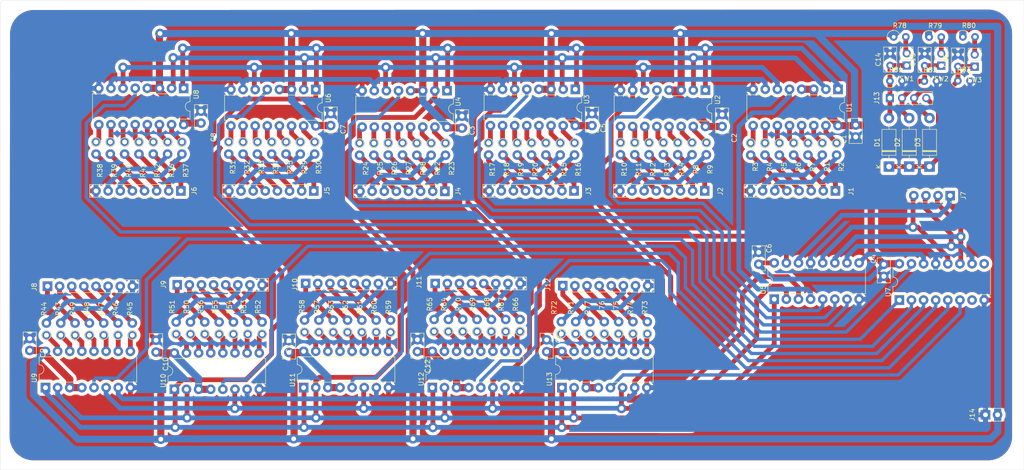
<source format=kicad_pcb>
(kicad_pcb (version 20240108) (generator "pcbnew") (generator_version "8.0")
  (layers (0 "F.Cu" signal) (31 "B.Cu" signal) (34 "B.Paste" user) (35 "F.Paste" user) (36 "B.SilkS" user "B.Silkscreen") (37 "F.SilkS" user "F.Silkscreen") (38 "B.Mask" user) (39 "F.Mask" user) (44 "Edge.Cuts" user))
  (net 0 "")
  (net 1 "GND")
  (net 2 "+5V")
  (net 3 "RCLK")
  (net 4 "~{CLR}")
  (net 5 "DS")
  (net 6 "CLK")
  (net 7 "Net-(U1-Qa)")
  (net 8 "Net-(U1-Qb)")
  (net 9 "Net-(U1-Qc)")
  (net 10 "Net-(U1-Qd)")
  (net 11 "Net-(U1-Qe)")
  (net 12 "Net-(U1-Qf)")
  (net 13 "Net-(U1-Qg)")
  (net 14 "Net-(U3-Qg)")
  (net 15 "Net-(U3-Qf)")
  (net 16 "Net-(U3-Qe)")
  (net 17 "Net-(U3-Qd)")
  (net 18 "Net-(U3-Qc)")
  (net 19 "Net-(U3-Qb)")
  (net 20 "Net-(U3-Qa)")
  (net 21 "Net-(U9-Qg)")
  (net 22 "Net-(U9-Qf)")
  (net 23 "Net-(U9-Qe)")
  (net 24 "Net-(U9-Qd)")
  (net 25 "Net-(U9-Qc)")
  (net 26 "Net-(U9-Qb)")
  (net 27 "Net-(U9-Qa)")
  (net 28 "Net-(U11-Qg)")
  (net 29 "Net-(U11-Qf)")
  (net 30 "Net-(U11-Qe)")
  (net 31 "Net-(U11-Qd)")
  (net 32 "Net-(U11-Qc)")
  (net 33 "Net-(U11-Qb)")
  (net 34 "Net-(U11-Qa)")
  (net 35 "Net-(U13-Qg)")
  (net 36 "Net-(U13-Qf)")
  (net 37 "Net-(U13-Qe)")
  (net 38 "Net-(U13-Qd)")
  (net 39 "Net-(U13-Qc)")
  (net 40 "Net-(U13-Qb)")
  (net 41 "Net-(U13-Qa)")
  (net 42 "/D2")
  (net 43 "/D3")
  (net 44 "/D0")
  (net 45 "/DIGIT_0")
  (net 46 "/D1")
  (net 47 "/DIGIT_1")
  (net 48 "/DIGIT_2")
  (net 49 "/DIGIT_3")
  (net 50 "/DIGIT_4")
  (net 51 "/DIGIT_5")
  (net 52 "/DIGIT_6")
  (net 53 "/DIGIT_7")
  (net 54 "/DIGIT_8")
  (net 55 "/DIGIT_9")
  (net 56 "Net-(U2-Qg)")
  (net 57 "Net-(U2-Qf)")
  (net 58 "Net-(U2-Qe)")
  (net 59 "Net-(U2-Qd)")
  (net 60 "Net-(U2-Qc)")
  (net 61 "Net-(U2-Qb)")
  (net 62 "Net-(U2-Qa)")
  (net 63 "/DIGIT_10")
  (net 64 "/D_DISPLAY0")
  (net 65 "/C_DISPLAY0")
  (net 66 "/G_DISPLAY0")
  (net 67 "/E_DISPLAY0")
  (net 68 "/A_DISPLAY0")
  (net 69 "/B_DISPLAY0")
  (net 70 "/F_DISPLAY0")
  (net 71 "/F_DISPLAY1")
  (net 72 "/E_DISPLAY1")
  (net 73 "/D_DISPLAY1")
  (net 74 "/G_DISPLAY1")
  (net 75 "/B_DISPLAY1")
  (net 76 "/C_DISPLAY1")
  (net 77 "/A_DISPLAY1")
  (net 78 "/C_DISPLAY2")
  (net 79 "/G_DISPLAY2")
  (net 80 "/B_DISPLAY2")
  (net 81 "/D_DISPLAY2")
  (net 82 "/A_DISPLAY2")
  (net 83 "/F_DISPLAY2")
  (net 84 "/E_DISPLAY2")
  (net 85 "/B_DISPLAY3")
  (net 86 "/D_DISPLAY3")
  (net 87 "/A_DISPLAY3")
  (net 88 "/E_DISPLAY3")
  (net 89 "/C_DISPLAY3")
  (net 90 "/F_DISPLAY3")
  (net 91 "/G_DISPLAY3")
  (net 92 "/F_DISPLAY4")
  (net 93 "/E_DISPLAY4")
  (net 94 "/G_DISPLAY4")
  (net 95 "/D_DISPLAY4")
  (net 96 "/A_DISPLAY4")
  (net 97 "/C_DISPLAY4")
  (net 98 "/B_DISPLAY4")
  (net 99 "/G_DISPLAY5")
  (net 100 "/C_DISPLAY5")
  (net 101 "/E_DISPLAY5")
  (net 102 "/D_DISPLAY5")
  (net 103 "/F_DISPLAY5")
  (net 104 "/A_DISPLAY5")
  (net 105 "/B_DISPLAY5")
  (net 106 "/A_DISPLAY6")
  (net 107 "/E_DISPLAY6")
  (net 108 "/C_DISPLAY6")
  (net 109 "/D_DISPLAY6")
  (net 110 "/B_DISPLAY6")
  (net 111 "/F_DISPLAY6")
  (net 112 "/G_DISPLAY6")
  (net 113 "/C_DISPLAY7")
  (net 114 "/G_DISPLAY7")
  (net 115 "/B_DISPLAY7")
  (net 116 "/F_DISPLAY7")
  (net 117 "/A_DISPLAY7")
  (net 118 "/E_DISPLAY7")
  (net 119 "/D_DISPLAY7")
  (net 120 "/B_DISPLAY8")
  (net 121 "/E_DISPLAY8")
  (net 122 "/C_DISPLAY8")
  (net 123 "/G_DISPLAY8")
  (net 124 "/D_DISPLAY8")
  (net 125 "/A_DISPLAY8")
  (net 126 "/F_DISPLAY8")
  (net 127 "/C_DISPLAY9")
  (net 128 "/D_DISPLAY9")
  (net 129 "/B_DISPLAY9")
  (net 130 "/G_DISPLAY9")
  (net 131 "/F_DISPLAY9")
  (net 132 "/A_DISPLAY9")
  (net 133 "/E_DISPLAY9")
  (net 134 "/B_DISPLAY10")
  (net 135 "/F_DISPLAY10")
  (net 136 "/G_DISPLAY10")
  (net 137 "/C_DISPLAY10")
  (net 138 "/E_DISPLAY10")
  (net 139 "/A_DISPLAY10")
  (net 140 "/D_DISPLAY10")
  (net 141 "Net-(U4-Qg)")
  (net 142 "Net-(U4-Qf)")
  (net 143 "Net-(U4-Qe)")
  (net 144 "Net-(U4-Qd)")
  (net 145 "Net-(U4-Qc)")
  (net 146 "Net-(U4-Qb)")
  (net 147 "Net-(U4-Qa)")
  (net 148 "Net-(U6-Qg)")
  (net 149 "Net-(U6-Qf)")
  (net 150 "Net-(U6-Qe)")
  (net 151 "Net-(U6-Qd)")
  (net 152 "Net-(U6-Qc)")
  (net 153 "Net-(U6-Qb)")
  (net 154 "Net-(U6-Qa)")
  (net 155 "Net-(U8-Qg)")
  (net 156 "Net-(U8-Qf)")
  (net 157 "Net-(U8-Qe)")
  (net 158 "Net-(U8-Qd)")
  (net 159 "Net-(U8-Qc)")
  (net 160 "Net-(U8-Qb)")
  (net 161 "Net-(U8-Qa)")
  (net 162 "Net-(U10-Qg)")
  (net 163 "Net-(U10-Qf)")
  (net 164 "Net-(U10-Qe)")
  (net 165 "Net-(U10-Qd)")
  (net 166 "Net-(U10-Qc)")
  (net 167 "Net-(U10-Qb)")
  (net 168 "Net-(U10-Qa)")
  (net 169 "Net-(U12-Qg)")
  (net 170 "Net-(U12-Qf)")
  (net 171 "Net-(U12-Qe)")
  (net 172 "Net-(U12-Qd)")
  (net 173 "Net-(U12-Qc)")
  (net 174 "Net-(U12-Qb)")
  (net 175 "Net-(U12-Qa)")
  (net 176 "Net-(U5-QH')")
  (net 179 "CMD")
  (net 180 "UP")
  (net 181 "DOWN")
  (net 182 "INT")
  (net 183 "Net-(R78-Pad2)")
  (net 184 "Net-(R79-Pad2)")
  (net 185 "Net-(R80-Pad2)")
  (footprint "Resistor_THT:R_Axial_DIN0204_L3.6mm_D1.6mm_P2.54mm_Vertical" (layer "F.Cu") (at 174.46 66.8875 -90)
    (property "Reference" "R12")
    (property "Value" "220")
  )
  (footprint "Resistor_THT:R_Axial_DIN0204_L3.6mm_D1.6mm_P2.54mm_Vertical" (layer "F.Cu") (at 114.285898 106.652196 90)
    (property "Reference" "R61")
    (property "Value" "220")
  )
  (footprint "Resistor_THT:R_Axial_DIN0204_L3.6mm_D1.6mm_P2.54mm_Vertical" (layer "F.Cu") (at 73.585 66.752196 -90)
    (property "Reference" "R36")
    (property "Value" "220")
  )
  (footprint "Resistor_THT:R_Axial_DIN0204_L3.6mm_D1.6mm_P2.54mm_Vertical" (layer "F.Cu") (at 66.205898 107.272196 90)
    (property "Reference" "R45")
    (property "Value" "220")
  )
  (footprint "Resistor_THT:R_Axial_DIN0204_L3.6mm_D1.6mm_P2.54mm_Vertical" (layer "F.Cu") (at 162.080898 106.987196 90)
    (property "Reference" "R77")
    (property "Value" "220")
  )
  (footprint "Resistor_THT:R_Axial_DIN0204_L3.6mm_D1.6mm_P2.54mm_Vertical" (layer "F.Cu") (at 140.84 66.94 -90)
    (property "Reference" "R17")
    (property "Value" "220")
  )
  (footprint "Resistor_THT:R_Axial_DIN0204_L3.6mm_D1.6mm_P2.54mm_Vertical" (layer "F.Cu") (at 198.745 66.96 -90)
    (property "Reference" "R4")
    (property "Value" "220")
  )
  (footprint "Diode_THT:D_DO-41_SOD81_P10.16mm_Horizontal" (layer "F.Cu") (at 228.96 71.91 90)
    (property "Reference" "D2")
    (property "Value" "D")
  )
  (footprint "Capacitor_THT:C_Disc_D5.0mm_W2.5mm_P2.50mm" (layer "F.Cu") (at 135.264186 63.848687 90)
    (property "Reference" "C3")
    (property "Value" "100nF")
  )
  (footprint "Connector_PinSocket_2.54mm:PinSocket_1x08_P2.54mm_Vertical" (layer "F.Cu") (at 48.423963 97.003501 90)
    (property "Reference" "J8")
    (property "Value" "DISPLAY_6")
  )
  (footprint "Resistor_THT:R_Axial_DIN0204_L3.6mm_D1.6mm_P2.54mm_Vertical" (layer "F.Cu") (at 144.420898 106.512196 90)
    (property "Reference" "R67")
    (property "Value" "220")
  )
  (footprint "Diode_THT:D_DO-41_SOD81_P10.16mm_Horizontal" (layer "F.Cu") (at 233.21 71.91 90)
    (property "Reference" "D3")
    (property "Value" "D")
  )
  (footprint "Connector_PinSocket_2.54mm:PinSocket_1x08_P2.54mm_Vertical" (layer "F.Cu") (at 129.655222 96.422412 90)
    (property "Reference" "J11")
    (property "Value" "DISPLAY_9")
  )
  (footprint "Package_DIP:DIP-16_W7.62mm" (layer "F.Cu") (at 76.96 55.492196 -90)
    (property "Reference" "U8")
    (property "Value" "4511")
  )
  (footprint "Connector_PinSocket_2.54mm:PinSocket_1x08_P2.54mm_Vertical" (layer "F.Cu") (at 156.374344 96.896299 90)
    (property "Reference" "J12")
    (property "Value" "DISPLAY_10")
  )
  (footprint "Resistor_THT:R_Axial_DIN0204_L3.6mm_D1.6mm_P2.54mm_Vertical" (layer "F.Cu") (at 119.8 66.952196 -90)
    (property "Reference" "R26")
    (property "Value" "220")
  )
  (footprint "Resistor_THT:R_Axial_DIN0204_L3.6mm_D1.6mm_P2.54mm_Vertical" (layer "F.Cu") (at 86.395 66.748428 -90)
    (property "Reference" "R31")
    (property "Value" "220")
  )
  (footprint "Resistor_THT:R_Axial_DIN0204_L3.6mm_D1.6mm_P2.54mm_Vertical" (layer "F.Cu") (at 93.380898 107.054696 90)
    (property "Reference" "R52")
    (property "Value" "220")
  )
  (footprint "Resistor_THT:R_Axial_DIN0204_L3.6mm_D1.6mm_P2.54mm_Vertical" (layer "F.Cu") (at 213.745 66.96 -90)
    (property "Reference" "R2")
    (property "Value" "220")
  )
  (footprint "Resistor_THT:R_Axial_DIN0204_L3.6mm_D1.6mm_P2.54mm_Vertical" (layer "F.Cu") (at 116.8 66.992196 -90)
    (property "Reference" "R25")
    (property "Value" "220")
  )
  (footprint "Package_DIP:DIP-16_W7.62mm" (layer "F.Cu") (at 48.005898 118.272196 90)
    (property "Reference" "U9")
    (property "Value" "4511")
  )
  (footprint "Resistor_THT:R_Axial_DIN0204_L3.6mm_D1.6mm_P2.54mm_Vertical" (layer "F.Cu") (at 156.080898 106.987196 90)
    (property "Reference" "R72")
    (property "Value" "220")
  )
  (footprint "Resistor_THT:R_Axial_DIN0207_L6.3mm_D2.5mm_P2.54mm_Vertical" (layer "F.Cu") (at 240.2 44.71)
    (property "Reference" "R80")
    (property "Value" "1K")
  )
  (footprint "Package_DIP:DIP-16_W7.62mm" (layer "F.Cu") (at 132.125 55.992196 -90)
    (property "Reference" "U4")
    (property "Value" "4511")
  )
  (footprint "Connector_PinSocket_2.54mm:PinSocket_1x04_P2.54mm_Vertical" (layer "F.Cu") (at 237.54 78 -90)
    (property "Reference" "J7")
    (property "Value" "DISPLAY")
  )
  (footprint "Capacitor_THT:C_Disc_D5.0mm_W2.5mm_P2.50mm" (layer "F.Cu") (at 197.43 92.392196 90)
    (property "Reference" "C6")
    (property "Value" "100nF")
  )
  (footprint "Connector_PinSocket_2.54mm:PinSocket_1x08_P2.54mm_Vertical" (layer "F.Cu") (at 76.372933 77.010011 -90)
    (property "Reference" "J6")
    (property "Value" "DISPLAY_5")
  )
  (footprint "Resistor_THT:R_Axial_DIN0204_L3.6mm_D1.6mm_P2.54mm_Vertical" (layer "F.Cu") (at 78.380898 107.054696 90)
    (property "Reference" "R50")
    (property "Value" "220")
  )
  (footprint "Resistor_THT:R_Axial_DIN0204_L3.6mm_D1.6mm_P2.54mm_Vertical" (layer "F.Cu") (at 111.285898 106.652196 90)
    (property "Reference" "R62")
    (property "Value" "220")
  )
  (footprint "Capacitor_THT:C_Disc_D5.0mm_W2.5mm_P2.50mm" (layer "F.Cu") (at 217.745 63.1925 -90)
    (property "Reference" "C1")
    (property "Value" "100nF")
  )
  (footprint "Resistor_THT:R_Axial_DIN0204_L3.6mm_D1.6mm_P2.54mm_Vertical" (layer "F.Cu") (at 67.585 66.752196 -90)
    (property "Reference" "R41")
    (property "Value" "220")
  )
  (footprint "Resistor_THT:R_Axial_DIN0204_L3.6mm_D1.6mm_P2.54mm_Vertical" (layer "F.Cu") (at 141.420898 106.512196 90)
    (property "Reference" "R68")
    (property "Value" "220")
  )
  (footprint "Capacitor_THT:C_Disc_D5.0mm_W2.5mm_P2.50mm" (layer "F.Cu") (at 107.76 63.298428 90)
    (property "Reference" "C7")
    (property "Value" "100nF")
  )
  (footprint "Capacitor_THT:C_Disc_D5.0mm_W2.5mm_P2.50mm" (layer "F.Cu") (at 224.9625 50.71 90)
    (property "Reference" "C14")
    (property "Value" "100nF")
  )
  (footprint "Resistor_THT:R_Axial_DIN0204_L3.6mm_D1.6mm_P2.54mm_Vertical" (layer "F.Cu") (at 63.205898 107.272196 90)
    (property "Reference" "R46")
    (property "Value" "220")
  )
  (footprint "Connector_PinSocket_2.54mm:PinSocket_1x08_P2.54mm_Vertical" (layer "F.Cu") (at 104.215 77.025 -90)
    (property "Reference" "J5")
    (property "Value" "DISPLAY_4")
  )
  (footprint "Package_DIP:DIP-16_W7.62mm" (layer "F.Cu") (at 200.68 99.732196 90)
    (property "Reference" "U5")
    (property "Value" "74HC595")
  )
  (footprint "Resistor_THT:R_Axial_DIN0204_L3.6mm_D1.6mm_P2.54mm_Vertical" (layer "F.Cu") (at 113.8 66.992196 -90)
    (property "Reference" "R24")
    (property "Value" "220")
  )
  (footprint "Resistor_THT:R_Axial_DIN0204_L3.6mm_D1.6mm_P2.54mm_Vertical" (layer "F.Cu") (at 95.395 66.748428 -90)
    (property "Reference" "R34")
    (property "Value" "220")
  )
  (footprint "Package_DIP:DIP-16_W7.62mm" (layer "F.Cu") (at 186.26 55.88 -90)
    (property "Reference" "U2")
    (property "Value" "4511")
  )
  (footprint "Resistor_THT:R_Axial_DIN0204_L3.6mm_D1.6mm_P2.54mm_Vertical" (layer "F.Cu") (at 48.205898 107.272196 90)
    (property "Reference" "R44")
    (property "Value" "220")
  )
  (footprint "Resistor_THT:R_Axial_DIN0204_L3.6mm_D1.6mm_P2.54mm_Vertical" (layer "F.Cu") (at 92.395 66.748428 -90)
    (property "Reference" "R33")
    (property "Value" "220")
  )
  (footprint "Resistor_THT:R_Axial_DIN0204_L3.6mm_D1.6mm_P2.54mm_Vertical" (layer "F.Cu") (at 168.46 66.8875 -90)
    (property "Reference" "R10")
    (property "Value" "220")
  )
  (footprint "Resistor_THT:R_Axial_DIN0207_L6.3mm_D2.5mm_P2.54mm_Vertical" (layer "F.Cu") (at 224.9175 53.96)
    (property "Reference" "R81")
    (property "Value" "10K")
  )
  (footprint "Resistor_THT:R_Axial_DIN0204_L3.6mm_D1.6mm_P2.54mm_Vertical" (layer "F.Cu") (at 152.84 66.94 -90)
    (property "Reference" "R21")
    (property "Value" "220")
  )
  (footprint "Resistor_THT:R_Axial_DIN0204_L3.6mm_D1.6mm_P2.54mm_Vertical" (layer "F.Cu") (at 171.46 66.8875 -90)
    (property "Reference" "R11")
    (property "Value" "220")
  )
  (footprint "Resistor_THT:R_Axial_DIN0204_L3.6mm_D1.6mm_P2.54mm_Vertical" (layer "F.Cu") (at 165.080898 106.987196 90)
    (property "Reference" "R76")
    (property "Value" "220")
  )
  (footprint "Package_DIP:DIP-16_W7.62mm" (layer "F.Cu") (at 214.04 55.6975 -90)
    (property "Reference" "U1")
    (property "Value" "4511")
  )
  (footprint "Resistor_THT:R_Axial_DIN0204_L3.6mm_D1.6mm_P2.54mm_Vertical" (layer "F.Cu") (at 129.420898 106.512196 90)
    (property "Reference" "R65")
    (property "Value" "220")
  )
  (footprint "Resistor_THT:R_Axial_DIN0207_L6.3mm_D2.5mm_P2.54mm_Vertical" (layer "F.Cu") (at 233.13 44.75)
    (property "Reference" "R79")
    (property "Value" "1K")
  )
  (footprint "Capacitor_THT:C_Disc_D5.0mm_W2.5mm_P2.50mm" (layer "F.Cu") (at 125.920898 110.722196 90)
    (property "Reference" "C12")
    (property "Value" "100nF")
  )
  (footprint "Connector_PinSocket_2.54mm:PinSocket_1x08_P2.54mm_Vertical" (layer "F.Cu") (at 158.74 77 -90)
    (property "Reference" "J3")
    (property "Value" "DISPLAY_2")
  )
  (footprint "Capacitor_THT:C_Disc_D5.0mm_W2.5mm_P2.50mm" (layer "F.Cu") (at 239.175 50.92 90)
    (property "Reference" "C16")
    (property "Value" "100nF")
  )
  (footprint "Resistor_THT:R_Axial_DIN0204_L3.6mm_D1.6mm_P2.54mm_Vertical" (layer "F.Cu") (at 84.380898 107.054696 90)
    (property "Reference" "R55")
    (property "Value" "220")
  )
  (footprint "Resistor_THT:R_Axial_DIN0204_L3.6mm_D1.6mm_P2.54mm_Vertical" (layer "F.Cu") (at 135.420898 106.512196 90)
    (property "Reference" "R70")
    (property "Value" "220")
  )
  (footprint "Resistor_THT:R_Axial_DIN0207_L6.3mm_D2.5mm_P2.54mm_Vertical" (layer "F.Cu") (at 232.13 54)
    (property "Reference" "R82")
    (property "Value" "10K")
  )
  (footprint "Capacitor_THT:C_Disc_D5.0mm_W2.5mm_P2.50mm" (layer "F.Cu") (at 153 110.737196 90)
    (property "Reference" "C13")
    (property "Value" "100nF")
  )
  (footprint "Resistor_THT:R_Axial_DIN0204_L3.6mm_D1.6mm_P2.54mm_Vertical" (layer "F.Cu") (at 168.080898 106.987196 90)
    (property "Reference" "R75")
    (property "Value" "220")
  )
  (footprint "Resistor_THT:R_Axial_DIN0204_L3.6mm_D1.6mm_P2.54mm_Vertical" (layer "F.Cu") (at 104.395 66.748428 -90)
    (property "Reference" "R30")
    (property "Value" "220")
  )
  (footprint "Resistor_THT:R_Axial_DIN0204_L3.6mm_D1.6mm_P2.54mm_Vertical" (layer "F.Cu") (at 76.585 66.752196 -90)
    (property "Reference" "R37")
    (property "Value" "220")
  )
  (footprint "Resistor_THT:R_Axial_DIN0204_L3.6mm_D1.6mm_P2.54mm_Vertical" (layer "F.Cu") (at 120.285898 106.652196 90)
    (property "Reference" "R59")
    (property "Value" "220")
  )
  (footprint "Resistor_THT:R_Axial_DIN0204_L3.6mm_D1.6mm_P2.54mm_Vertical" (layer "F.Cu") (at 60.205898 107.272196 90)
    (property "Reference" "R47")
    (property "Value" "220")
  )
  (footprint "Resistor_THT:R_Axial_DIN0204_L3.6mm_D1.6mm_P2.54mm_Vertical" (layer "F.Cu") (at 132.420898 106.512196 90)
    (property "Reference" "R64")
    (property "Value" "220")
  )
  (footprint "Resistor_THT:R_Axial_DIN0204_L3.6mm_D1.6mm_P2.54mm_Vertical" (layer "F.Cu") (at 51.205898 107.272196 90)
    (property "Reference" "R43")
    (property "Value" "220")
  )
  (footprint "Resistor_THT:R_Axial_DIN0204_L3.6mm_D1.6mm_P2.54mm_Vertical" (layer "F.Cu") (at 180.46 66.8875 -90)
    (property "Reference" "R14")
    (property "Value" "220")
  )
  (footprint "Resistor_THT:R_Axial_DIN0204_L3.6mm_D1.6mm_P2.54mm_Vertical" (layer "F.Cu") (at 146.84 66.94 -90)
    (property "Reference" "R19")
    (property "Value" "220")
  )
  (footprint "Connector_PinSocket_2.54mm:PinSocket_1x08_P2.54mm_Vertical" (layer "F.Cu") (at 75.60452 96.712944 90)
    (property "Reference" "J9")
    (property "Value" "DISPLAY_7")
  )
  (footprint "Connector_PinSocket_2.54mm:PinSocket_1x08_P2.54mm_Vertical" (layer "F.Cu") (at 213.497802 77 -90)
    (property "Reference" "J1")
    (property "Value" "DISPLAY_0")
  )
  (footprint "Resistor_THT:R_Axial_DIN0204_L3.6mm_D1.6mm_P2.54mm_Vertical" (layer "F.Cu") (at 122.8 66.952196 -90)
    (property "Reference" "R27")
    (property "Value" "220")
  )
  (footprint "Package_DIP:DIP-16_W7.62mm" (layer "F.Cu") (at 102.085898 118.272196 90)
    (property "Reference" "U11")
    (property "Value" "4511")
  )
  (footprint "Diode_THT:D_DO-41_SOD81_P10.16mm_Horizontal" (layer "F.Cu") (at 224.71 71.91 90)
    (property "Reference" "D1")
    (property "Value" "D")
  )
  (footprint "Connector_PinSocket_2.54mm:PinSocket_1x02_P2.54mm_Vertical" (layer "F.Cu") (at 242.675 50.96 180)
    (property "Reference" "SW3")
    (property "Value" "DOWN")
  )
  (footprint "Resistor_THT:R_Axial_DIN0204_L3.6mm_D1.6mm_P2.54mm_Vertical" (layer "F.Cu") (at 155.84 66.94 -90)
    (property "Reference" "R15")
    (property "Value" "220")
  )
  (footprint "Package_DIP:DIP-16_W7.62mm" (layer "F.Cu") (at 226.885 99.912196 90)
    (property "Reference" "U7")
    (property "Value" "74HC595")
  )
  (footprint "Connector_PinSocket_2.54mm:PinSocket_1x08_P2.54mm_Vertical" (layer "F.Cu") (at 102.513988 96.418177 90)
    (property "Reference" "J10")
    (property "Value" "DISPLAY_8")
  )
  (footprint "Resistor_THT:R_Axial_DIN0204_L3.6mm_D1.6mm_P2.54mm_Vertical" (layer "F.Cu") (at 87.380898 107.054696 90)
    (property "Reference" "R54")
    (property "Value" "220")
  )
  (footprint "Resistor_THT:R_Axial_DIN0204_L3.6mm_D1.6mm_P2.54mm_Vertical" (layer "F.Cu") (at 131.8 66.992196 -90)
    (property "Reference" "R23")
    (property "Value" "220")
  )
  (footprint "Package_DIP:DIP-16_W7.62mm" (layer "F.Cu") (at 104.635 55.748428 -90)
    (property "Reference" "U6")
    (property "Value" "4511")
  )
  (footprint "Connector_PinSocket_2.54mm:PinSocket_1x02_P2.54mm_Vertical" (layer "F.Cu") (at 244.929982 123.965302 90)
    (property "Reference" "J14")
    (property "Value" "PWR")
  )
  (footprint "Resistor_THT:R_Axial_DIN0204_L3.6mm_D1.6mm_P2.54mm_Vertical" (layer "F.Cu") (at 61.585 66.752196 -90)
    (property "Reference" "R39")
    (property "Value" "220")
  )
  (footprint "Resistor_THT:R_Axial_DIN0204_L3.6mm_D1.6mm_P2.54mm_Vertical" (layer "F.Cu") (at 102.285898 106.652196 90)
    (property "Reference" "R58")
    (property "Value" "220")
  )
  (footprint "Package_DIP:DIP-16_W7.62mm" (layer "F.Cu") (at 129.045898 118.272196 90)
    (property "Reference" "U12")
    (property "Value" "4511")
  )
  (footprint "Capacitor_THT:C_Disc_D5.0mm_W2.5mm_P2.50mm" (layer "F.Cu") (at 80.585 62.792196 90)
    (property "Reference" "C8")
    (property "Value" "100nF")
  )
  (footprint "Capacitor_THT:C_Disc_D5.0mm_W2.5mm_P2.50mm" (layer "F.Cu") (at 232.2 50.75 90)
    (property "Reference" "C15")
    (property "Value" "100nF")
  )
  (footprint "Resistor_THT:R_Axial_DIN0204_L3.6mm_D1.6mm_P2.54mm_Vertical" (layer "F.Cu") (at 183.46 66.8875 -90)
    (property "Reference" "R8")
    (property "Value" "220")
  )
  (footprint "Package_DIP:DIP-16_W7.62mm" (layer "F.Cu") (at 75.005898 118.622196 90)
    (property "Reference" "U10")
    (property "Value" "4511")
  )
  (footprint "Resistor_THT:R_Axial_DIN0204_L3.6mm_D1.6mm_P2.54mm_Vertical" (layer "F.Cu") (at 159.080898 106.987196 90)
    (property "Reference" "R71")
    (property "Value" "220")
  )
  (footprint "Resistor_THT:R_Axial_DIN0204_L3.6mm_D1.6mm_P2.54mm_Vertical" (layer "F.Cu") (at 58.585 66.752196 -90)
    (property "Reference" "R38")
    (property "Value" "220")
  )
  (footprint "Resistor_THT:R_Axial_DIN0204_L3.6mm_D1.6mm_P2.54mm_Vertical" (layer "F.Cu") (at 171.080898 106.987196 90)
    (property "Reference" "R74")
    (property "Value" "220")
  )
  (footprint "Connector_PinSocket_2.54mm:PinSocket_1x04_P2.54mm_Vertical" (layer "F.Cu") (at 224.91 57.55 90)
    (property "Reference" "J13")
    (property "Value" "BTN")
  )
  (footprint "Resistor_THT:R_Axial_DIN0204_L3.6mm_D1.6mm_P2.54mm_Vertical" (layer "F.Cu") (at 207.745 66.96 -90)
    (property "Reference" "R7")
    (property "Value" "220")
  )
  (footprint "Package_DIP:DIP-16_W7.62mm" (layer "F.Cu") (at 156.205898 118.287196 90)
    (property "Reference" "U13")
    (property "Value" "4511")
  )
  (footprint "Resistor_THT:R_Axial_DIN0204_L3.6mm_D1.6mm_P2.54mm_Vertical" (layer "F.Cu") (at 98.395 66.748428 -90)
    (property "Reference" "R35")
    (property "Value" "220")
  )
  (footprint "Resistor_THT:R_Axial_DIN0204_L3.6mm_D1.6mm_P2.54mm_Vertical" (layer "F.Cu") (at 64.585 66.752196 -90)
    (property "Reference" "R40")
    (property "Value" "220")
  )
  (footprint "Resistor_THT:R_Axial_DIN0207_L6.3mm_D2.5mm_P2.54mm_Vertical" (layer "F.Cu") (at 239.155 53.92)
    (property "Reference" "R83")
    (property "Value" "10K")
  )
  (footprint "Resistor_THT:R_Axial_DIN0204_L3.6mm_D1.6mm_P2.54mm_Vertical" (layer "F.Cu") (at 149.84 66.94 -90)
    (property "Reference" "R20")
    (property "Value" "220")
  )
  (footprint "Resistor_THT:R_Axial_DIN0204_L3.6mm_D1.6mm_P2.54mm_Vertical" (layer "F.Cu") (at 201.745 66.96 -90)
    (property "Reference" "R5")
    (property "Value" "220")
  )
  (footprint "Resistor_THT:R_Axial_DIN0204_L3.6mm_D1.6mm_P2.54mm_Vertical" (layer "F.Cu") (at 210.745 66.96 -90)
    (property "Reference" "R1")
    (property "Value" "220")
  )
  (footprint "Resistor_THT:R_Axial_DIN0204_L3.6mm_D1.6mm_P2.54mm_Vertical" (layer "F.Cu") (at 143.84 66.94 -90)
    (property "Reference" "R18")
    (property "Value" "220")
  )
  (footprint "Resistor_THT:R_Axial_DIN0204_L3.6mm_D1.6mm_P2.54mm_Vertical" (layer "F.Cu") (at 89.395 66.748428 -90)
    (property "Reference" "R32")
    (property "Value" "220")
  )
  (footprint "Resistor_THT:R_Axial_DIN0204_L3.6mm_D1.6mm_P2.54mm_Vertical" (layer "F.Cu") (at 125.8 66.992196 -90)
    (property "Reference" "R28")
    (property "Value" "220")
  )
  (footprint "Resistor_THT:R_Axial_DIN0204_L3.6mm_D1.6mm_P2.54mm_Vertical" (layer "F.Cu") (at 177.46 66.8875 -90)
    (property "Reference" "R13")
    (property "Value" "220")
  )
  (footprint "Resistor_THT:R_Axial_DIN0204_L3.6mm_D1.6mm_P2.54mm_Vertical" (layer "F.Cu") (at 101.395 66.748428 -90)
    (property "Reference" "R29")
    (property "Value" "220")
  )
  (footprint "Connector_PinSocket_2.54mm:PinSocket_1x02_P2.54mm_Vertical" (layer "F.Cu") (at 228.4375 50.71 180)
    (property "Reference" "SW1")
    (property "Value" "CMD")
  )
  (footprint "Capacitor_THT:C_Disc_D5.0mm_W2.5mm_P2.50mm" (layer "F.Cu") (at 189.76 63.5 90)
    (property "Reference" "C2")
    (property "Value" "100nF")
  )
  (footprint "Capacitor_THT:C_Disc_D5.0mm_W2.5mm_P2.50mm" (layer "F.Cu") (at 44.705898 110.482196 90)
    (property "Reference" "C9")
    (property "Value" "100nF")
  )
  (footprint "Capacitor_THT:C_Disc_D5.0mm_W2.5mm_P2.50mm" (layer "F.Cu") (at 71.165898 110.822196 90)
    (property "Reference" "C10")
    (property "Value" "100nF")
  )
  (footprint "Capacitor_THT:C_Disc_D5.0mm_W2.5mm_P2.50mm" (layer "F.Cu") (at 162.5 63.32 90)
    (property "Reference" "C5")
    (property "Value" "100nF")
  )
  (footprint "Connector_PinSocket_2.54mm:PinSocket_1x08_P2.54mm_Vertical" (layer "F.Cu") (at 131.677107 77.09509 -90)
    (property "Reference" "J4")
    (property "Value" "DISPLAY_3")
  )
  (footprint "Resistor_THT:R_Axial_DIN0204_L3.6mm_D1.6mm_P2.54mm_Vertical" (layer "F.Cu") (at 128.8 66.992196 -90)
    (property "Reference" "R22")
    (property "Value" "220")
  )
  (footprint "Connector_PinSocket_2.54mm:PinSocket_1x08_P2.54mm_Vertical" (layer "F.Cu") (at 186.12 77 -90)
    (property "Reference" "J2")
    (property "Value" "DISPLAY_1")
  )
  (footprint "Capacitor_THT:C_Disc_D5.0mm_W2.5mm_P2.50mm" (layer "F.Cu") (at 223.635 92.422196 -90)
    (property "Reference" "C4")
    (property "Value" "100nF")
  )
  (footprint "Resistor_THT:R_Axial_DIN0204_L3.6mm_D1.6mm_P2.54mm_Vertical" (layer "F.Cu") (at 75.380898 107.054696 90)
    (property "Reference" "R51")
    (property "Value" "220")
  )
  (footprint "Resistor_THT:R_Axial_DIN0204_L3.6mm_D1.6mm_P2.54mm_Vertical" (layer "F.Cu") (at 117.285898 106.652196 90)
    (property "Reference" "R60")
    (property "Value" "220")
  )
  (footprint "Resistor_THT:R_Axial_DIN0204_L3.6mm_D1.6mm_P2.54mm_Vertical" (layer "F.Cu") (at 57.205898 107.272196 90)
    (property "Reference" "R48")
    (property "Value" "220")
  )
  (footprint "Resistor_THT:R_Axial_DIN0204_L3.6mm_D1.6mm_P2.54mm_Vertical" (layer "F.Cu") (at 158.84 66.94 -90)
    (property "Reference" "R16")
    (property "Value" "220")
  )
  (footprint "Resistor_THT:R_Axial_DIN0204_L3.6mm_D1.6mm_P2.54mm_Vertical" (layer "F.Cu") (at 70.585 66.752196 -90)
    (property "Reference" "R42")
    (property "Value" "220")
  )
  (footprint "Resistor_THT:R_Axial_DIN0204_L3.6mm_D1.6mm_P2.54mm_Vertical" (layer "F.Cu") (at 105.285898 106.652196 90)
    (property "Reference" "R57")
    (property "Value" "220")
  )
  (footprint "Connector_PinSocket_2.54mm:PinSocket_1x02_P2.54mm_Vertical" (layer "F.Cu") (at 235.675 50.75 180)
    (property "Reference" "SW2")
    (property "Value" "UP")
  )
  (footprint "Resistor_THT:R_Axial_DIN0204_L3.6mm_D1.6mm_P2.54mm_Vertical" (layer "F.Cu") (at 54.205898 107.272196 90)
    (property "Reference" "R49")
    (property "Value" "220")
  )
  (footprint "Resistor_THT:R_Axial_DIN0204_L3.6mm_D1.6mm_P2.54mm_Vertical" (layer "F.Cu") (at 204.745 66.96 -90)
    (property "Reference" "R6")
    (property "Value" "220")
  )
  (footprint "Resistor_THT:R_Axial_DIN0204_L3.6mm_D1.6mm_P2.54mm_Vertical" (layer "F.Cu") (at 174.080898 106.987196 90)
    (property "Reference" "R73")
    (property "Value" "220")
  )
  (footprint "Resistor_THT:R_Axial_DIN0204_L3.6mm_D1.6mm_P2.54mm_Vertical" (layer "F.Cu") (at 81.380898 107.054696 90)
    (property "Reference" "R56")
    (property "Value" "220")
  )
  (footprint "Resistor_THT:R_Axial_DIN0204_L3.6mm_D1.6mm_P2.54mm_Vertical" (layer "F.Cu") (at 195.745 66.96 -90)
    (property "Reference" "R3")
    (property "Value" "220")
  )
  (footprint "Resistor_THT:R_Axial_DIN0204_L3.6mm_D1.6mm_P2.54mm_Vertical" (layer "F.Cu") (at 147.420898 106.512196 90)
    (property "Reference" "R66")
    (property "Value" "220")
  )
  (footprint "Resistor_THT:R_Axial_DIN0204_L3.6mm_D1.6mm_P2.54mm_Vertical" (layer "F.Cu") (at 138.420898 106.512196 90)
    (property "Reference" "R69")
    (property "Value" "220")
  )
  (footprint "Resistor_THT:R_Axial_DIN0204_L3.6mm_D1.6mm_P2.54mm_Vertical" (layer "F.Cu") (at 90.380898 107.054696 90)
    (property "Reference" "R53")
    (property "Value" "220")
  )
  (footprint "Capacitor_THT:C_Disc_D5.0mm_W2.5mm_P2.50mm" (layer "F.Cu") (at 99 110.902196 90)
    (property "Reference" "C11")
    (property "Value" "100nF")
  )
  (footprint "Package_DIP:DIP-16_W7.62mm" (layer "F.Cu") (at 159 55.7 -90)
    (property "Reference" "U3")
    (property "Value" "4511")
  )
  (footprint "Resistor_THT:R_Axial_DIN0204_L3.6mm_D1.6mm_P2.54mm_Vertical" (layer "F.Cu") (at 108.285898 106.652196 90)
    (property "Reference" "R63")
    (property "Value" "220")
  )
  (footprint "Resistor_THT:R_Axial_DIN0204_L3.6mm_D1.6mm_P2.54mm_Vertical" (layer "F.Cu") (at 186.46 66.8875 -90)
    (property "Reference" "R9")
    (property "Value" "220")
  )
  (footprint "Resistor_THT:R_Axial_DIN0207_L6.3mm_D2.5mm_P2.54mm_Vertical" (layer "F.Cu") (at 225.7 44.71)
    (property "Reference" "R78")
    (property "Value" "1K")
  )
  (gr_poly (pts (xy 39 37) (xy 253 37) (xy 253 135.5) (xy 38.5 135.5) (xy 38.5 37.5)) (stroke (width 0.05)) (fill none) (layer "Edge.Cuts"))
  (segment (start 217.745 74.5) (end 217.745 76.252802) (width 1) (layer "B.Cu") (net 1))
  (segment (start 204.105606 89.892196) (end 197.43 89.892196) (width 1) (layer "B.Cu") (net 1))
  (segment (start 217.745 76.252802) (end 204.105606 89.892196) (width 1) (layer "B.Cu") (net 1))
  (segment (start 217.745 65.6925) (end 217.745 74.5) (width 1) (layer "B.Cu") (net 1))
  (segment (start 217.745 74.5) (end 217.745 74.961035) (width 1) (layer "B.Cu") (net 1))
  (segment (start 159 63.32) (end 159 62.82) (width 1.5) (layer "F.Cu") (net 2))
  (segment (start 127 44) (end 127.372196 44) (width 1.5) (layer "F.Cu") (net 2))
  (segment (start 154 110.903094) (end 154.165898 110.737196) (width 1.5) (layer "F.Cu") (net 2))
  (segment (start 71.88 56.087196) (end 76.96 61.167196) (width 1.5) (layer "F.Cu") (net 2))
  (segment (start 156.135898 110.737196) (end 156.205898 110.667196) (width 1.5) (layer "F.Cu") (net 2))
  (segment (start 156.205898 111.132196) (end 156.205898 110.667196) (width 1.5) (layer "F.Cu") (net 2))
  (segment (start 154.165898 128.834102) (end 154 128.668204) (width 1.5) (layer "F.Cu") (net 2))
  (segment (start 134.125898 116.020624) (end 129.045898 110.940624) (width 1.5) (layer "F.Cu") (net 2))
  (segment (start 75.005898 111.002196) (end 73.665898 111.002196) (width 1.5) (layer "F.Cu") (net 2))
  (segment (start 104.635 63.08) (end 104.635 63.368428) (width 1.5) (layer "F.Cu") (net 2))
  (segment (start 98.785898 110.902196) (end 100.665898 110.902196) (width 1.5) (layer "F.Cu") (net 2))
  (segment (start 206.42 55.6975) (end 208.96 55.6975) (width 1.5) (layer "F.Cu") (net 2))
  (segment (start 100.012196 129.012196) (end 100.085898 129.012196) (width 1.5) (layer "F.Cu") (net 2))
  (segment (start 125 118.758094) (end 127.920898 115.837196) (width 1.5) (layer "F.Cu") (net 2))
  (segment (start 104.705 63.298428) (end 104.635 63.368428) (width 1.5) (layer "F.Cu") (net 2))
  (segment (start 208.96 57.949072) (end 214.04 63.029072) (width 1.5) (layer "F.Cu") (net 2))
  (segment (start 71.88 44.12) (end 72 44) (width 1.5) (layer "F.Cu") (net 2))
  (segment (start 162.5 63.32) (end 160.76 63.32) (width 1.5) (layer "F.Cu") (net 2))
  (segment (start 226.885 92.292196) (end 223.765 92.292196) (width 1.5) (layer "F.Cu") (net 2))
  (segment (start 124.38 55.992196) (end 126.92 55.992196) (width 1) (layer "F.Cu") (net 2))
  (segment (start 48.005898 111.432196) (end 48.005898 110.652196) (width 1.5) (layer "F.Cu") (net 2))
  (segment (start 181.18 55.88) (end 181.18 44.18) (width 1.5) (layer "F.Cu") (net 2))
  (segment (start 80.585 62.792196) (end 79.26 62.792196) (width 1.5) (layer "F.Cu") (net 2))
  (segment (start 69.34 55.492196) (end 71.88 55.492196) (width 1.5) (layer "F.Cu") (net 2))
  (segment (start 154.165898 128.592196) (end 154.165898 128.834102) (width 1.5) (layer "F.Cu") (net 2))
  (segment (start 73.665898 111.002196) (end 73.165898 111.002196) (width 1.5) (layer "F.Cu") (net 2))
  (segment (start 214.04 63.3175) (end 217.62 63.3175) (width 1.5) (layer "F.Cu") (net 2))
  (segment (start 101.835898 110.902196) (end 102.085898 110.652196) (width 1.5) (layer "F.Cu") (net 2))
  (segment (start 127.372196 44) (end 127.26 44.112196) (width 1.5) (layer "F.Cu") (net 2))
  (segment (start 154 128.668204) (end 154 110.903094) (width 1.5) (layer "F.Cu") (net 2))
  (segment (start 223.765 92.292196) (end 223.635 92.422196) (width 1.5) (layer "F.Cu") (net 2))
  (segment (start 102.085898 110.940624) (end 102.085898 110.652196) (width 1.5) (layer "F.Cu") (net 2))
  (segment (start 100.665898 110.902196) (end 101.835898 110.902196) (width 1.5) (layer "F.Cu") (net 2))
  (segment (start 160.76 63.32) (end 159 63.32) (width 1.5) (layer "F.Cu") (net 2))
  (segment (start 124.38 55.992196) (end 125.794213 55.992196) (width 1) (layer "F.Cu") (net 2))
  (segment (start 153.92 55.7) (end 151.38 55.7) (width 1.5) (layer "F.Cu") (net 2))
  (segment (start 127 44.372196) (end 127 44) (width 1.5) (layer "F.Cu") (net 2))
  (segment (start 178.84 55.88) (end 181.38 55.88) (width 1.5) (layer "F.Cu") (net 2))
  (segment (start 161.285898 116.212196) (end 156.205898 111.132196) (width 1.5) (layer "F.Cu") (net 2))
  (segment (start 135.625 63.792196) (end 133.76 63.792196) (width 1.5) (layer "F.Cu") (net 2))
  (segment (start 46.165898 110.482196) (end 47.835898 110.482196) (width 1.5) (layer "F.Cu") (net 2))
  (segment (start 72.060898 111.002196) (end 71.880898 110.822196) (width 1.5) (layer "F.Cu") (net 2))
  (segment (start 73.165898 116.622196) (end 73.165898 111.002196) (width 1.5) (layer "F.Cu") (net 2))
  (segment (start 178.835 55.875) (end 178.84 55.88) (width 1.5) (layer "F.Cu") (net 2))
  (segment (start 219.159213 63.1925) (end 221 65.033287) (width 1.5) (layer "F.Cu") (net 2))
  (segment (start 53.085898 118.272196) (end 53.085898 116.512196) (width 1.5) (layer "F.Cu") (net 2))
  (segment (start 197.71 92.112196) (end 197.43 92.392196) (width 1) (layer "F.Cu") (net 2))
  (segment (start 127.920898 110.977196) (end 127.665898 110.722196) (width 1.5) (layer "F.Cu") (net 2))
  (segment (start 133.76 63.792196) (end 132.305 63.792196) (width 1.5) (layer "F.Cu") (net 2))
  (segment (start 100.085898 128.914102) (end 100.085898 111.482196) (width 1.5) (layer "F.Cu") (net 2))
  (segment (start 44.705898 110.482196) (end 46.165898 110.482196) (width 1.5) (layer "F.Cu") (net 2))
  (segment (start 163.825898 118.287196) (end 161.285898 118.287196) (width 1.5) (layer "F.Cu") (net 2))
  (segment (start 99.5 44) (end 99.555 44.055) (width 1.5) (layer "F.Cu") (net 2))
  (segment (start 127.045 44.327196) (end 127 44.372196) (width 1.5) (layer "F.Cu") (net 2))
  (segment (start 153.080898 110.737196) (end 154.165898 110.737196) (width 1.5) (layer "F.Cu") (net 2))
  (segment (start 187.76 63.5) (end 186.26 63.5) (width 1.5) (layer "F.Cu") (net 2))
  (segment (start 47.835898 110.482196) (end 48.005898 110.652196) (width 1.5) (layer "F.Cu") (net 2))
  (segment (start 179.285 55.88) (end 186.46 63.055) (width 1.5) (layer "F.Cu") (net 2))
  (segment (start 134.125898 118.272196) (end 134.125898 116.020624) (width 1.5) (layer "F.Cu") (net 2))
  (segment (start 129.045898 110.940624) (end 129.045898 110.652196) (width 1.5) (layer "F.Cu") (net 2))
  (segment (start 217.745 63.1925) (end 219.159213 63.1925) (width 1.5) (layer "F.Cu") (net 2))
  (segment (start 128.975898 110.722196) (end 129.045898 110.652196) (width 1.5) (layer "F.Cu") (net 2))
  (segment (start 132.305 63.792196) (end 132.125 63.612196) (width 1.5) (layer "F.Cu") (net 2))
  (segment (start 127.045 55.992196) (end 127.045 44.327196) (width 1.5) (layer "F.Cu") (net 2))
  (segment (start 153.92 44.08) (end 153.92 55.7) (width 1.5) (layer "F.Cu") (net 2))
  (segment (start 106.62863 63.298428) (end 107.76 63.298428) (width 1.5) (layer "F.Cu") (net 2))
  (segment (start 136.665898 118.272196) (end 134.125898 118.272196) (width 1.5) (layer "F.Cu") (net 2))
  (segment (start 178.84 55.88) (end 179.285 55.88) (width 1.5) (layer "F.Cu") (net 2))
  (segment (start 127.920898 115.837196) (end 127.920898 110.977196) (width 1.5) (layer "F.Cu") (net 2))
  (segment (start 77.28 62.792196) (end 76.96 63.112196) (width 1.5) (layer "F.Cu") (net 2))
  (segment (start 82.625898 118.622196) (end 80.085898 118.622196) (width 1.5) (layer "F.Cu") (net 2))
  (segment (start 159 62.82) (end 153.92 57.74) (width 1.5) (layer "F.Cu") (net 2))
  (segment (start 71.88 55.492196) (end 71.88 44.12) (width 1.5) (layer "F.Cu") (net 2))
  (segment (start 189.76 63.5) (end 187.76 63.5) (width 1.5) (layer "F.Cu") (net 2))
  (segment (start 100 129) (end 100.085898 128.914102) (width 1.5) (layer "F.Cu") (net 2))
  (segment (start 100 129) (end 100.012196 129.012196) (width 1.5) (layer "F.Cu") (net 2))
  (segment (start 200.68 92.112196) (end 197.71 92.112196) (width 1) (layer "F.Cu") (net 2))
  (segment (start 127.665898 110.722196) (end 128.975898 110.722196) (width 1.5) (layer "F.Cu") (net 2))
  (segment (start 186.46 63.055) (end 186.46 63.5) (width 1.5) (layer "F.Cu") (net 2))
  (segment (start 221 65.033287) (end 221 89.787196) (width 1.5) (layer "F.Cu") (net 2))
  (segment (start 99.555 55.748428) (end 99.555 44.055) (width 1.5) (layer "F.Cu") (net 2))
  (segment (start 125.920898 110.722196) (end 127.665898 110.722196) (width 1.5) (layer "F.Cu") (net 2))
  (segment (start 109.705898 118.272196) (end 107.165898 118.272196) (width 1.5) (layer "F.Cu") (net 2))
  (segment (start 97.015 55.748428) (end 99.555 55.748428) (width 1.5) (layer "F.Cu") (net 2))
  (segment (start 217.62 63.3175) (end 217.745 63.1925) (width 1.5) (layer "F.Cu") (net 2))
  (segment (start 153.92 57.74) (end 153.92 55.7) (width 1.5) (layer "F.Cu") (net 2))
  (segment (start 100.085898 111.482196) (end 100.665898 110.902196) (width 1.5) (layer "F.Cu") (net 2))
  (segment (start 125 128.998094) (end 125 118.758094) (width 1.5) (layer "F.Cu") (net 2))
  (segment (start 71.88 55.492196) (end 71.88 56.087196) (width 1.5) (layer "F.Cu") (net 2))
  (segment (start 161.285898 118.287196) (end 161.285898 116.212196) (width 1.5) (layer "F.Cu") (net 2))
  (segment (start 214.04 63.029072) (end 214.04 63.3175) (width 1.5) (layer "F.Cu") (net 2))
  (segment (start 154 129) (end 154.165898 128.834102) (width 1.5) (layer "F.Cu") (net 2))
  (segment (start 154 44) (end 153.92 44.08) (width 1.5) (layer "F.Cu") (net 2))
  (segment (start 73.165898 111.002196) (end 72.060898 111.002196) (width 1.5) (layer "F.Cu") (net 2))
  (segment (start 72 44) (end 72.112196 44.112196) (width 1.5) (layer "F.Cu") (net 2))
  (segment (start 55.625898 118.272196) (end 53.085898 118.272196) (width 1.5) (layer "F.Cu") (net 2))
  (segment (start 154.165898 110.737196) (end 156.135898 110.737196) (width 1.5) (layer "F.Cu") (net 2))
  (segment (start 99.555 44.055) (end 99.555 44.317196) (width 1.5) (layer "F.Cu") (net 2))
  (segment (start 53.085898 116.512196) (end 48.005898 111.432196) (width 1.5) (layer "F.Cu") (net 2))
  (segment (start 208.96 55.6975) (end 208.96 57.949072) (width 1.5) (layer "F.Cu") (net 2))
  (segment (start 72.165898 117.622196) (end 73.165898 116.622196) (width 1.5) (layer "F.Cu") (net 2))
  (segment (start 221 89.787196) (end 223.635 92.422196) (width 1.5) (layer "F.Cu") (net 2))
  (segment (start 79.26 62.792196) (end 77.28 62.792196) (width 1.5) (layer "F.Cu") (net 2))
  (segment (start 181.18 44.18) (end 181 44) (width 1.5) (layer "F.Cu") (net 2))
  (segment (start 72.165898 129.092196) (end 72.165898 117.622196) (width 1.5) (layer "F.Cu") (net 2))
  (segment (start 107.76 63.298428) (end 104.705 63.298428) (width 1.5) (layer "F.Cu") (net 2))
  (segment (start 76.96 61.167196) (end 76.96 63.112196) (width 1.5) (layer "F.Cu") (net 2))
  (via (at 154 44) (size 2) (drill 1) (layers "F.Cu" "B.Cu") (net 2))
  (via (at 72 44) (size 2) (drill 1) (layers "F.Cu" "B.Cu") (net 2))
  (via (at 100 129) (size 2) (drill 1) (layers "F.Cu" "B.Cu") (net 2))
  (via (at 125 128.998094) (size 2) (drill 1) (layers "F.Cu" "B.Cu") (net 2))
  (via (at 154 129) (size 2) (drill 1) (layers "F.Cu" "B.Cu") (net 2))
  (via (at 127 44) (size 2) (drill 1) (layers "F.Cu" "B.Cu") (net 2))
  (via (at 72.165898 129.092196) (size 2) (drill 1) (layers "F.Cu" "B.Cu") (net 2))
  (via (at 181 44) (size 2) (drill 1) (layers "F.Cu" "B.Cu") (net 2))
  (via (at 99.5 44) (size 2) (drill 1) (layers "F.Cu" "B.Cu") (net 2))
  (segment (start 107.165898 116.020624) (end 102.085898 110.940624) (width 1.5) (layer "B.Cu") (net 2))
  (segment (start 181 44) (end 154 44) (width 1.5) (layer "B.Cu") (net 2))
  (segment (start 247.5 42.5) (end 227.5 42.5) (width 1.5) (layer "B.Cu") (net 2))
  (segment (start 227.5 42.5) (end 225.7 44.3) (width 1.5) (layer "B.Cu") (net 2))
  (segment (start 240.2 42.7) (end 240.2 44.71) (width 1.5) (layer "B.Cu") (net 2))
  (segment (start 127.045 55.992196) (end 127.045 58.243768) (width 1.5) (layer "B.Cu") (net 2))
  (segment (start 100 129) (end 80 129) (width 1.5) (layer "B.Cu") (net 2))
  (segment (start 104.635 63.08) (end 104.635 63.368428) (width 1.5) (layer "B.Cu") (net 2))
  (segment (start 132.125 63.323768) (end 132.125 63.612196) (width 1.5) (layer "B.Cu") (net 2))
  (segment (start 224.99 44) (end 225.7 44.71) (width 1.5) (layer "B.Cu") (net 2))
  (segment (start 110.5 44) (end 127 44) (width 1.5) (layer "B.Cu") (net 2))
  (segment (start 107.165898 118.272196) (end 107.165898 116.020624) (width 1.5) (layer "B.Cu") (net 2))
  (segment (start 100.001906 128.998094) (end 100 129) (width 1.5) (layer "B.Cu") (net 2))
  (segment (start 220.557196 95.5) (end 223.635 92.422196) (width 1) (layer "B.Cu") (net 2))
  (segment (start 45.5 119.766298) (end 54.825898 129.092196) (width 1.5) (layer "B.Cu") (net 2))
  (segment (start 209.5 44) (end 224.99 44) (width 1.5) (layer "B.Cu") (net 2))
  (segment (start 75.005898 111.290624) (end 75.005898 111.002196) (width 1.5) (layer "B.Cu") (net 2))
  (segment (start 136.5 44) (end 127 44) (width 1.5) (layer "B.Cu") (net 2))
  (segment (start 233 42.5) (end 233 44.62) (width 1.5) (layer "B.Cu") (net 2))
  (segment (start 225.52 44.53) (end 225.7 44.71) (width 1.5) (layer "B.Cu") (net 2))
  (segment (start 80.085898 116.370624) (end 75.005898 111.290624) (width 1.5) (layer "B.Cu") (net 2))
  (segment (start 225.7 44.3) (end 225.7 44.71) (width 1.5) (layer "B.Cu") (net 2))
  (segment (start 80.085898 118.622196) (end 80.085898 116.370624) (width 1.5) (layer "B.Cu") (net 2))
  (segment (start 217.5 62.9475) (end 217.745 63.1925) (width 1.5) (layer "B.Cu") (net 2))
  (segment (start 45.5 113.158094) (end 45.5 119.766298) (width 1.5) (layer "B.Cu") (net 2))
  (segment (start 48.005898 110.652196) (end 45.5 113.158094) (width 1.5) (layer "B.Cu") (net 2))
  (segment (start 154 129) (end 246 129) (width 1.5) (layer "B.Cu") (net 2))
  (segment (start 217.5 52) (end 217.5 62.9475) (width 1.5) (layer "B.Cu") (net 2))
  (segment (start 125.001906 129) (end 125 128.998094) (width 1.5) (layer "B.Cu") (net 2))
  (segment (start 200.537804 95.5) (end 220.557196 95.5) (width 1) (layer "B.Cu") (net 2))
  (segment (start 99.555 55.748428) (end 99.555 58) (width 1.5) (layer "B.Cu") (net 2))
  (segment (start 102.085898 110.940624) (end 102.085898 110.652196) (width 1.5) (layer "B.Cu") (net 2))
  (segment (start 99.5 44) (end 72 44) (width 1.5) (layer "B.Cu") (net 2))
  (segment (start 99.555 58) (end 104.635 63.08) (width 1.5) (layer "B.Cu") (net 2))
  (segment (start 72.258094 129) (end 72.165898 129.092196) (width 1.5) (layer "B.Cu") (net 2))
  (segment (start 209.5 44) (end 217.5 52) (width 1.5) (layer "B.Cu") (net 2))
  (segment (start 110.5 44) (end 99.5 44) (width 1.5) (layer "B.Cu") (net 2))
  (segment (start 125 128.998094) (end 100.001906 128.998094) (width 1.5) (layer "B.Cu") (net 2))
  (segment (start 181 44) (end 209.5 44) (width 1.5) (layer "B.Cu") (net 2))
  (segment (start 233 44.62) (end 233.13 44.75) (width 1.5) (layer "B.Cu") (net 2))
  (segment (start 247.5 127.5) (end 247.5 42.5) (width 1.5) (layer "B.Cu") (net 2))
  (segment (start 197.43 92.392196) (end 200.537804 95.5) (width 1) (layer "B.Cu") (net 2))
  (segment (start 154 129) (end 125.001906 129) (width 1.5) (layer "B.Cu") (net 2))
  (segment (start 154 44) (end 136.5 44) (width 1.5) (layer "B.Cu") (net 2))
  (segment (start 54.825898 129.092196) (end 72.165898 129.092196) (width 1.5) (layer "B.Cu") (net 2))
  (segment (start 246 129) (end 247.5 127.5) (width 1.5) (layer "B.Cu") (net 2))
  (segment (start 127.045 58.243768) (end 132.125 63.323768) (width 1.5) (layer "B.Cu") (net 2))
  (segment (start 80 129) (end 72.258094 129) (width 1.5) (layer "B.Cu") (net 2))
  (segment (start 229.76 84.612196) (end 230.76 84.612196) (width 1) (layer "F.Cu") (net 3))
  (segment (start 237.045 90.897196) (end 237.045 92.292196) (width 1) (layer "F.Cu") (net 3))
  (segment (start 230.76 84.612196) (end 237.045 90.897196) (width 1) (layer "F.Cu") (net 3))
  (segment (start 229.76 84.612196) (end 229.76 78.637196) (width 1) (layer "F.Cu") (net 3))
  (via (at 229.76 84.612196) (size 2) (drill 1) (layers "F.Cu" "B.Cu") (net 3))
  (segment (start 216.925787 84.612196) (end 210.84 90.697983) (width 1) (layer "B.Cu") (net 3))
  (segment (start 229.76 84.612196) (end 216.925787 84.612196) (width 1) (layer "B.Cu") (net 3))
  (segment (start 210.84 90.697983) (end 210.84 92.112196) (width 1) (layer "B.Cu") (net 3))
  (segment (start 237.76 86.112196) (end 232.3 80.652196) (width 1) (layer "F.Cu") (net 4))
  (segment (start 232.3 80.652196) (end 232.3 78.637196) (width 1) (layer "F.Cu") (net 4))
  (segment (start 237.76 88.612196) (end 237.76 86.112196) (width 1) (layer "F.Cu") (net 4))
  (via (at 237.76 88.612196) (size 2) (drill 1) (layers "F.Cu" "B.Cu") (net 4))
  (segment (start 242.125 90.877983) (end 242.125 92.292196) (width 1) (layer "B.Cu") (net 4))
  (segment (start 237.76 88.612196) (end 218.005787 88.612196) (width 1) (layer "B.Cu") (net 4))
  (segment (start 237.76 88.612196) (end 239.859213 88.612196) (width 1) (layer "B.Cu") (net 4))
  (segment (start 218.005787 88.612196) (end 215.92 90.697983) (width 1) (layer "B.Cu") (net 4))
  (segment (start 215.92 90.697983) (end 215.92 92.112196) (width 1) (layer "B.Cu") (net 4))
  (segment (start 239.859213 88.612196) (end 242.125 90.877983) (width 1) (layer "B.Cu") (net 4))
  (segment (start 205.76 92.112196) (end 205.76 91.24) (width 1) (layer "B.Cu") (net 5))
  (segment (start 235.26 82.112196) (end 237.38 79.992196) (width 1) (layer "B.Cu") (net 5))
  (segment (start 205.76 91.24) (end 214.887804 82.112196) (width 1) (layer "B.Cu") (net 5))
  (segment (start 214.887804 82.112196) (end 235.26 82.112196) (width 1) (layer "B.Cu") (net 5))
  (segment (start 237.38 79.992196) (end 237.38 78.637196) (width 1) (layer "B.Cu") (net 5))
  (segment (start 239.76 84.612196) (end 234.84 79.692196) (width 1) (layer "F.Cu") (net 6))
  (segment (start 234.84 79.692196) (end 234.84 78.637196) (width 1) (layer "F.Cu") (net 6))
  (segment (start 239.76 92.117196) (end 239.585 92.292196) (width 1) (layer "F.Cu") (net 6))
  (segment (start 239.76 86.612196) (end 239.76 84.612196) (width 1) (layer "F.Cu") (net 6))
  (segment (start 239.76 86.612196) (end 239.76 92.117196) (width 1) (layer "F.Cu") (net 6))
  (via (at 239.76 86.612196) (size 2) (drill 1) (layers "F.Cu" "B.Cu") (net 6))
  (segment (start 213.38 92.112196) (end 213.38 91.116663) (width 1) (layer "B.Cu") (net 6))
  (segment (start 213.38 91.116663) (end 217.884467 86.612196) (width 1) (layer "B.Cu") (net 6))
  (segment (start 217.884467 86.612196) (end 239.76 86.612196) (width 1) (layer "B.Cu") (net 6))
  (segment (start 206.42 63.3175) (end 206.42 65.635) (width 1) (layer "F.Cu") (net 7))
  (segment (start 206.42 65.635) (end 207.745 66.96) (width 1) (layer "F.Cu") (net 7))
  (segment (start 203.88 63.3175) (end 203.88 66.095) (width 1) (layer "F.Cu") (net 8))
  (segment (start 203.88 66.095) (end 204.745 66.96) (width 1) (layer "F.Cu") (net 8))
  (segment (start 201.34 63.3175) (end 201.34 66.555) (width 1) (layer "F.Cu") (net 9))
  (segment (start 201.34 66.555) (end 201.745 66.96) (width 1) (layer "F.Cu") (net 9))
  (segment (start 198.8 63.3175) (end 198.8 66.905) (width 1) (layer "F.Cu") (net 10))
  (segment (start 198.8 66.905) (end 198.745 66.96) (width 1) (layer "F.Cu") (net 10))
  (segment (start 196.26 63.3175) (end 196.26 66.445) (width 1) (layer "F.Cu") (net 11))
  (segment (start 196.26 66.445) (end 195.745 66.96) (width 1) (layer "F.Cu") (net 11))
  (segment (start 211.5 64.715) (end 213.745 66.96) (width 1) (layer "F.Cu") (net 12))
  (segment (start 211.5 63.3175) (end 211.5 64.715) (width 1) (layer "F.Cu") (net 12))
  (segment (start 208.96 65.175) (end 210.745 66.96) (width 1) (layer "F.Cu") (net 13))
  (segment (start 208.96 63.3175) (end 208.96 65.175) (width 1) (layer "F.Cu") (net 13))
  (segment (start 153.92 65.02) (end 155.84 66.94) (width 1) (layer "F.Cu") (net 14))
  (segment (start 153.92 63.32) (end 153.92 65.02) (width 1) (layer "F.Cu") (net 14))
  (segment (start 156.46 63.32) (end 156.46 64.56) (width 1) (layer "F.Cu") (net 15))
  (segment (start 156.46 64.56) (end 158.84 66.94) (width 1) (layer "F.Cu") (net 15))
  (segment (start 141.22 63.32) (end 141.22 66.56) (width 1) (layer "F.Cu") (net 16))
  (segment (start 141.22 66.56) (end 140.84 66.94) (width 1) (layer "F.Cu") (net 16))
  (segment (start 143.76 63.32) (end 143.76 66.86) (width 1) (layer "F.Cu") (net 17))
  (segment (start 143.76 66.86) (end 143.84 66.94) (width 1) (layer "F.Cu") (net 17))
  (segment (start 146.3 63.32) (end 146.3 66.4) (width 1) (layer "F.Cu") (net 18))
  (segment (start 146.3 66.4) (end 146.84 66.94) (width 1) (layer "F.Cu") (net 18))
  (segment (start 148.84 63.32) (end 148.84 65.94) (width 1) (layer "F.Cu") (net 19))
  (segment (start 148.84 65.94) (end 149.84 66.94) (width 1) (layer "F.Cu") (net 19))
  (segment (start 151.38 65.48) (end 152.84 66.94) (width 1) (layer "F.Cu") (net 20))
  (segment (start 151.38 63.32) (end 151.38 65.48) (width 1) (layer "F.Cu") (net 20))
  (segment (start 53.085898 110.652196) (end 53.085898 109.152196) (width 1) (layer "F.Cu") (net 21))
  (segment (start 53.085898 109.152196) (end 51.205898 107.272196) (width 1) (layer "F.Cu") (net 21))
  (segment (start 50.545898 110.652196) (end 50.545898 109.612196) (width 1) (layer "F.Cu") (net 22))
  (segment (start 50.545898 109.612196) (end 48.205898 107.272196) (width 1) (layer "F.Cu") (net 22))
  (segment (start 65.785898 110.652196) (end 65.785898 107.692196) (width 1) (layer "F.Cu") (net 23))
  (segment (start 65.785898 107.692196) (end 66.205898 107.272196) (width 1) (layer "F.Cu") (net 23))
  (segment (start 63.245898 110.652196) (end 63.245898 107.312196) (width 1) (layer "F.Cu") (net 24))
  (segment (start 63.245898 107.312196) (end 63.205898 107.272196) (width 1) (layer "F.Cu") (net 24))
  (segment (start 60.705898 110.652196) (end 60.705898 107.772196) (width 1) (layer "F.Cu") (net 25))
  (segment (start 60.705898 107.772196) (end 60.205898 107.272196) (width 1) (layer "F.Cu") (net 25))
  (segment (start 58.165898 108.232196) (end 57.205898 107.272196) (width 1) (layer "F.Cu") (net 26))
  (segment (start 58.165898 110.652196) (end 58.165898 108.232196) (width 1) (layer "F.Cu") (net 26))
  (segment (start 55.625898 110.652196) (end 55.625898 108.692196) (width 1) (layer "F.Cu") (net 27))
  (segment (start 55.625898 108.692196) (end 54.205898 107.272196) (width 1) (layer "F.Cu") (net 27))
  (segment (start 107.165898 110.652196) (end 107.165898 108.532196) (width 1) (layer "F.Cu") (net 28))
  (segment (start 107.165898 108.532196) (end 105.285898 106.652196) (width 1) (layer "F.Cu") (net 28))
  (segment (start 104.625898 110.652196) (end 104.625898 108.992196) (width 1) (layer "F.Cu") (net 29))
  (segment (start 104.625898 108.992196) (end 102.285898 106.652196) (width 1) (layer "F.Cu") (net 29))
  (segment (start 119.865898 107.072196) (end 120.285898 106.652196) (width 1) (layer "F.Cu") (net 30))
  (segment (start 119.865898 110.652196) (end 119.865898 107.072196) (width 1) (layer "F.Cu") (net 30))
  (segment (start 117.325898 106.692196) (end 117.285898 106.652196) (width 1) (layer "F.Cu") (net 31))
  (segment (start 117.325898 110.652196) (end 117.325898 106.692196) (width 1) (layer "F.Cu") (net 31))
  (segment (start 114.785898 110.652196) (end 114.785898 107.152196) (width 1) (layer "F.Cu") (net 32))
  (segment (start 114.785898 107.152196) (end 114.285898 106.652196) (width 1) (layer "F.Cu") (net 32))
  (segment (start 112.245898 107.612196) (end 111.285898 106.652196) (width 1) (layer "F.Cu") (net 33))
  (segment (start 112.245898 110.652196) (end 112.245898 107.612196) (width 1) (layer "F.Cu") (net 33))
  (segment (start 109.705898 108.072196) (end 108.285898 106.652196) (width 1) (layer "F.Cu") (net 34))
  (segment (start 109.705898 110.652196) (end 109.705898 108.072196) (width 1) (layer "F.Cu") (net 34))
  (segment (start 161.285898 109.192196) (end 159.080898 106.987196) (width 1) (layer "F.Cu") (net 35))
  (segment (start 161.285898 110.667196) (end 161.285898 109.192196) (width 1) (layer "F.Cu") (net 35))
  (segment (start 158.745898 110.667196) (end 158.745898 109.652196) (width 1) (layer "F.Cu") (net 36))
  (segment (start 158.745898 109.652196) (end 156.080898 106.987196) (width 1) (layer "F.Cu") (net 36))
  (segment (start 173.985898 107.082196) (end 174.080898 106.987196) (width 1) (layer "F.Cu") (net 37))
  (segment (start 173.985898 110.667196) (end 173.985898 107.082196) (width 1) (layer "F.Cu") (net 37))
  (segment (start 171.445898 110.667196) (end 171.445898 107.352196) (width 1) (layer "F.Cu") (net 38))
  (segment (start 171.445898 107.352196) (end 171.080898 106.987196) (width 1) (layer "F.Cu") (net 38))
  (segment (start 168.905898 110.667196) (end 168.905898 107.812196) (width 1) (layer "F.Cu") (net 39))
  (segment (start 168.905898 107.812196) (end 168.080898 106.987196) (width 1) (layer "F.Cu") (net 39))
  (segment (start 166.365898 108.272196) (end 165.080898 106.987196) (width 1) (layer "F.Cu") (net 40))
  (segment (start 166.365898 110.667196) (end 166.365898 108.272196) (width 1) (layer "F.Cu") (net 40))
  (segment (start 163.825898 110.667196) (end 163.825898 108.732196) (width 1) (layer "F.Cu") (net 41))
  (segment (start 163.825898 108.732196) (end 162.080898 106.987196) (width 1) (layer "F.Cu") (net 41))
  (segment (start 104.665898 118.312196) (end 104.625898 118.272196) (width 1) (layer "F.Cu") (net 42))
  (segment (start 74.76 55.152196) (end 74.42 55.492196) (width 1) (layer "F.Cu") (net 42))
  (segment (start 117.234326 116.112196) (end 105.371685 116.112196) (width 1) (layer "F.Cu") (net 42))
  (segment (start 158.665898 118.367196) (end 158.745898 118.287196) (width 1) (layer "F.Cu") (net 42))
  (segment (start 74.76 49.112196) (end 74.76 55.152196) (width 1) (layer "F.Cu") (net 42))
  (segment (start 158.665898 124.592196) (end 158.665898 118.367196) (width 1) (layer "F.Cu") (net 42))
  (segment (start 109 68.767767) (end 109 78) (width 1) (layer "F.Cu") (net 42))
  (segment (start 112.76 61.612196) (end 112.5 61.872196) (width 1) (layer "F.Cu") (net 42))
  (segment (start 125.379213 61.612196) (end 112.76 61.612196) (width 1) (layer "F.Cu") (net 42))
  (segment (start 112.5 61.872196) (end 112.5 65.267767) (width 1) (layer "F.Cu") (net 42))
  (segment (start 131.665898 118.352196) (end 131.585898 118.272196) (width 1) (layer "F.Cu") (net 42))
  (segment (start 112.5 65.267767) (end 109 68.767767) (width 1) (layer "F.Cu") (net 42))
  (segment (start 129.585 57.406409) (end 125.379213 61.612196) (width 1) (layer "F.Cu") (net 42))
  (segment (start 129.76 49.112196) (end 129.76 55.817196) (width 1) (layer "F.Cu") (net 42))
  (segment (start 197 100) (end 200 97) (width 1) (layer "F.Cu") (net 42))
  (segment (start 125 94) (end 125 100.569666) (width 1) (layer "F.Cu") (net 42))
  (segment (start 104.665898 124.592196) (end 104.665898 118.312196) (width 1) (layer "F.Cu") (net 42))
  (segment (start 158.695898 124.622196) (end 180.377804 124.622196) (width 1) (layer "F.Cu") (net 42))
  (segment (start 156.26 55.5) (end 156.46 55.7) (width 1) (layer "F.Cu") (net 42))
  (segment (start 183.76 55.84) (end 183.72 55.88) (width 1) (layer "F.Cu") (net 42))
  (segment (start 197 108) (end 197 100) (width 1) (layer "F.Cu") (net 42))
  (segment (start 109 78) (end 125 94) (width 1) (layer "F.Cu") (net 42))
  (segment (start 129.585 55.992196) (end 129.585 57.406409) (width 1) (layer "F.Cu") (net 42))
  (segment (start 202.147804 97) (end 203.22 98.072196) (width 1) (layer "F.Cu") (net 42))
  (segment (start 131.665898 124.592196) (end 131.665898 118.352196) (width 1) (layer "F.Cu") (net 42))
  (segment (start 102.26 55.583428) (end 102.095 55.748428) (width 1) (layer "F.Cu") (net 42))
  (segment (start 183.76 49.112196) (end 183.76 55.84) (width 1) (layer "F.Cu") (net 42))
  (segment (start 122.285898 103.283768) (end 122.285898 111.060624) (width 1) (layer "F.Cu") (net 42))
  (segment (start 203.22 98.072196) (end 203.22 99.732196) (width 1) (layer "F.Cu") (net 42))
  (segment (start 125 100.569666) (end 122.285898 103.283768) (width 1) (layer "F.Cu") (net 42))
  (segment (start 122.285898 111.060624) (end 117.234326 116.112196) (width 1) (layer "F.Cu") (net 42))
  (segment (start 77.665898 118.742196) (end 77.545898 118.622196) (width 1) (layer "F.Cu") (net 42))
  (segment (start 77.665898 124.592196) (end 77.665898 118.742196) (width 1) (layer "F.Cu") (net 42))
  (segment (start 104.625898 116.857983) (end 104.625898 118.272196) (width 1) (layer "F.Cu") (net 42))
  (segment (start 156.26 49.112196) (end 156.26 55.5) (width 1) (layer "F.Cu") (net 42))
  (segment (start 129.76 55.817196) (end 129.585 55.992196) (width 1) (layer "F.Cu") (net 42))
  (segment (start 180.377804 124.622196) (end 197 108) (width 1) (layer "F.Cu") (net 42))
  (segment (start 200 97) (end 202.147804 97) (width 1) (layer "F.Cu") (net 42))
  (segment (start 105.371685 116.112196) (end 104.625898 116.857983) (width 1) (layer "F.Cu") (net 42))
  (segment (start 102.26 49.112196) (end 102.26 55.583428) (width 1) (layer "F.Cu") (net 42))
  (segment (start 158.665898 124.592196) (end 158.695898 124.622196) (width 1) (layer "F.Cu") (net 42))
  (via (at 158.665898 124.592196) (size 2) (drill 1) (layers "F.Cu" "B.Cu") (net 42))
  (via (at 183.76 49.112196) (size 2) (drill 1) (layers "F.Cu" "B.Cu") (net 42))
  (via (at 129.76 49.112196) (size 2) (drill 1) (layers "F.Cu" "B.Cu") (net 42))
  (via (at 131.665898 124.592196) (size 2) (drill 1) (layers "F.Cu" "B.Cu") (net 42))
  (via (at 77.665898 124.592196) (size 2) (drill 1) (layers "F.Cu" "B.Cu") (net 42))
  (via (at 104.665898 124.592196) (size 2) (drill 1) (layers "F.Cu" "B.Cu") (net 42))
  (via (at 74.76 49.112196) (size 2) (drill 1) (layers "F.Cu" "B.Cu") (net 42))
  (via (at 156.26 49.112196) (size 2) (drill 1) (layers "F.Cu" "B.Cu") (net 42))
  (via (at 102.26 49.112196) (size 2) (drill 1) (layers "F.Cu" "B.Cu") (net 42))
  (segment (start 102.26 49.112196) (end 74.76 49.112196) (width 1) (layer "B.Cu") (net 42))
  (segment (start 183.76 49.112196) (end 205.112196 49.112196) (width 1) (layer "B.Cu") (net 42))
  (segment (start 77.665898 124.592196) (end 55.451685 124.592196) (width 1) (layer "B.Cu") (net 42))
  (segment (start 104.695898 124.622196) (end 104.665898 124.592196) (width 1) (layer "B.Cu") (net 42))
  (segment (start 205.112196 49.112196) (end 211.5 55.5) (width 1) (layer "B.Cu") (net 42))
  (segment (start 131.695898 124.622196) (end 131.665898 124.592196) (width 1) (layer "B.Cu") (net 42))
  (segment (start 77.695898 124.622196) (end 77.665898 124.592196) (width 1) (layer "B.Cu") (net 42))
  (segment (start 158.665898 124.592196) (end 142.524326 124.592196) (width 1) (layer "B.Cu") (net 42))
  (segment (start 131.635898 124.622196) (end 104.695898 124.622196) (width 1) (layer "B.Cu") (net 42))
  (segment (start 129.76 49.112196) (end 102.26 49.112196) (width 1) (layer "B.Cu") (net 42))
  (segment (start 88.494326 124.622196) (end 77.695898 124.622196) (width 1) (layer "B.Cu") (net 42))
  (segment (start 88.524326 124.592196) (end 88.494326 124.622196) (width 1) (layer "B.Cu") (net 42))
  (segment (start 142.494326 124.622196) (end 131.695898 124.622196) (width 1) (layer "B.Cu") (net 42))
  (segment (start 55.451685 124.592196) (end 50.545898 119.686409) (width 1) (layer "B.Cu") (net 42))
  (segment (start 50.545898 119.686409) (end 50.545898 118.272196) (width 1) (layer "B.Cu") (net 42))
  (segment (start 142.524326 124.592196) (end 142.494326 124.622196) (width 1) (layer "B.Cu") (net 42))
  (segment (start 104.665898 124.592196) (end 88.524326 124.592196) (width 1) (layer "B.Cu") (net 42))
  (segment (start 156.26 49.112196) (end 129.76 49.112196) (width 1) (layer "B.Cu") (net 42))
  (segment (start 131.665898 124.592196) (end 131.635898 124.622196) (width 1) (layer "B.Cu") (net 42))
  (segment (start 211.5 55.5) (end 211.5 55.6975) (width 1) (layer "B.Cu") (net 42))
  (segment (start 183.76 49.112196) (end 156.26 49.112196) (width 1) (layer "B.Cu") (net 42))
  (segment (start 114.665898 122.622196) (end 114.665898 118.392196) (width 1) (layer "F.Cu") (net 43))
  (segment (start 151.5 101.064666) (end 149.420898 103.143768) (width 1) (layer "F.Cu") (net 43))
  (segment (start 149.420898 110.885624) (end 144.194326 116.112196) (width 1) (layer "F.Cu") (net 43))
  (segment (start 173.26 55.58) (end 173.56 55.88) (width 1) (layer "F.Cu") (net 43))
  (segment (start 91.76 51.112196) (end 91.76 55.573428) (width 1) (layer "F.Cu") (net 43))
  (segment (start 143.302017 60.112196) (end 141.599376 60.112196) (width 1) (layer "F.Cu") (net 43))
  (segment (start 177.877804 122.622196) (end 194 106.5) (width 1) (layer "F.Cu") (net 43))
  (segment (start 139.47 62.241572) (end 139.47 65.835126) (width 1) (layer "F.Cu") (net 43))
  (segment (start 136.5 68.805126) (end 136.5 79.5) (width 1) (layer "F.Cu") (net 43))
  (segment (start 197.5 95) (end 203.5 95) (width 1) (layer "F.Cu") (net 43))
  (segment (start 151.5 94.5) (end 151.5 101.064666) (width 1) (layer "F.Cu") (net 43))
  (segment (start 87.665898 118.662196) (end 87.705898 118.622196) (width 1) (layer "F.Cu") (net 43))
  (segment (start 142.491685 116.112196) (end 141.745898 116.857983) (width 1) (layer "F.Cu") (net 43))
  (segment (start 119.26 51.112196) (end 119.26 55.827196) (width 1) (layer "F.Cu") (net 43))
  (segment (start 194 98.5) (end 197.5 95) (width 1) (layer "F.Cu") (net 43))
  (segment (start 64.26 51.112196) (end 64.26 55.492196) (width 1) (layer "F.Cu") (net 43))
  (segment (start 146.26 55.66) (end 146.3 55.7) (width 1) (layer "F.Cu") (net 43))
  (segment (start 146.3 55.7) (end 146.3 57.114213) (width 1) (layer "F.Cu") (net 43))
  (segment (start 168.665898 122.622196) (end 177.877804 122.622196) (width 1) (layer "F.Cu") (net 43))
  (segment (start 144.194326 116.112196) (end 142.491685 116.112196) (width 1) (layer "F.Cu") (net 43))
  (segment (start 146.26 51.112196) (end 146.26 55.66) (width 1) (layer "F.Cu") (net 43))
  (segment (start 141.665898 118.352196) (end 141.745898 118.272196) (width 1) (layer "F.Cu") (net 43))
  (segment (start 141.745898 116.857983) (end 141.745898 118.272196) (width 1) (layer "F.Cu") (net 43))
  (segment (start 194 106.5) (end 194 98.5) (width 1) (layer "F.Cu") (net 43))
  (segment (start 87.665898 122.622196) (end 87.665898 118.662196) (width 1) (layer "F.Cu") (net 43))
  (segment (start 146.3 57.114213) (end 143.302017 60.112196) (width 1) (layer "F.Cu") (net 43))
  (segment (start 141.599376 60.112196) (end 139.47 62.241572) (width 1) (layer "F.Cu") (net 43))
  (segment (start 114.665898 118.392196) (end 114.785898 118.272196) (width 1) (layer "F.Cu") (net 43))
  (segment (start 141.665898 122.622196) (end 141.665898 118.352196) (width 1) (layer "F.Cu") (net 43))
  (segment (start 119.26 55.827196) (end 119.425 55.992196) (width 1) (layer "F.Cu") (net 43))
  (segment (start 136.5 79.5) (end 151.5 94.5) (width 1) (layer "F.Cu") (net 43))
  (segment (start 168.665898 122.622196) (end 168.665898 118.527196) (width 1) (layer "F.Cu") (net 43))
  (segment (start 139.47 65.835126) (end 136.5 68.805126) (width 1) (layer "F.Cu") (net 43))
  (segment (start 205.76 97.26) (end 205.76 99.732196) (width 1) (layer "F.Cu") (net 43))
  (segment (start 173.26 51.112196) (end 173.26 55.58) (width 1) (layer "F.Cu") (net 43))
  (segment (start 203.5 95) (end 205.76 97.26) (width 1) (layer "F.Cu") (net 43))
  (segment (start 91.76 55.573428) (end 91.935 55.748428) (width 1) (layer "F.Cu") (net 43))
  (segment (start 168.665898 118.527196) (end 168.905898 118.287196) (width 1) (layer "F.Cu") (net 43))
  (segment (start 149.420898 103.143768) (end 149.420898 110.885624) (width 1) (layer "F.Cu") (net 43))
  (via (at 173.26 51.112196) (size 2) (drill 1) (layers "F.Cu" "B.Cu") (net 43))
  (via (at 168.665898 122.622196) (size 2) (drill 1) (layers "F.Cu" "B.Cu") (net 43))
  (via (at 87.665898 122.622196) (size 2) (drill 1) (layers "F.Cu" "B.Cu") (net 43))
  (via (at 141.665898 122.622196) (size 2) (drill 1) (layers "F.Cu" "B.Cu") (net 43))
  (via (at 119.26 51.112196) (size 2) (drill 1) (layers "F.Cu" "B.Cu") (net 43))
  (via (at 146.26 51.112196) (size 2) (drill 1) (layers "F.Cu" "B.Cu") (net 43))
  (via (at 64.26 51.112196) (size 2) (drill 1) (layers "F.Cu" "B.Cu") (net 43))
  (via (at 91.76 51.112196) (size 2) (drill 1) (layers "F.Cu" "B.Cu") (net 43))
  (via (at 114.665898 122.622196) (size 2) (drill 1) (layers "F.Cu" "B.Cu") (net 43))
  (segment (start 87.695898 122.592196) (end 87.665898 122.622196) (width 1) (layer "B.Cu") (net 43))
  (segment (start 146.26 51.112196) (end 173.26 51.112196) (width 1) (layer "B.Cu") (net 43))
  (segment (start 119.26 51.112196) (end 146.26 51.112196) (width 1) (layer "B.Cu") (net 43))
  (segment (start 114.635898 122.592196) (end 87.695898 122.592196) (width 1) (layer "B.Cu") (net 43))
  (segment (start 141.665898 122.622196) (end 141.635898 122.592196) (width 1) (layer "B.Cu") (net 43))
  (segment (start 87.665898 122.622196) (end 87.635898 122.592196) (width 1) (layer "B.Cu") (net 43))
  (segment (start 91.76 51.112196) (end 119.26 51.112196) (width 1) (layer "B.Cu") (net 43))
  (segment (start 173.26 51.112196) (end 198.168909 51.112196) (width 1) (layer "B.Cu") (net 43))
  (segment (start 141.695898 122.592196) (end 141.665898 122.622196) (width 1) (layer "B.Cu") (net 43))
  (segment (start 64.26 51.112196) (end 91.76 51.112196) (width 1) (layer "B.Cu") (net 43))
  (segment (start 168.665898 122.622196) (end 168.635898 122.592196) (width 1) (layer "B.Cu") (net 43))
  (segment (start 60.705898 119.686409) (end 60.705898 118.272196) (width 1) (layer "B.Cu") (net 43))
  (segment (start 141.635898 122.592196) (end 114.695898 122.592196) (width 1) (layer "B.Cu") (net 43))
  (segment (start 201.34 54.283287) (end 201.34 55.6975) (width 1) (layer "B.Cu") (net 43))
  (segment (start 114.695898 122.592196) (end 114.665898 122.622196) (width 1) (layer "B.Cu") (net 43))
  (segment (start 63.611685 122.592196) (end 60.705898 119.686409) (width 1) (layer "B.Cu") (net 43))
  (segment (start 114.665898 122.622196) (end 114.635898 122.592196) (width 1) (layer "B.Cu") (net 43))
  (segment (start 198.168909 51.112196) (end 201.34 54.283287) (width 1) (layer "B.Cu") (net 43))
  (segment (start 168.635898 122.592196) (end 141.695898 122.592196) (width 1) (layer "B.Cu") (net 43))
  (segment (start 87.635898 122.592196) (end 63.611685 122.592196) (width 1) (layer "B.Cu") (net 43))
  (segment (start 164 72.133883) (end 164 80) (width 1) (layer "F.Cu") (net 44))
  (segment (start 179 109.372196) (end 171.445898 116.926298) (width 1) (layer "F.Cu") (net 44))
  (segment (start 179 95) (end 179 109.372196) (width 1) (layer "F.Cu") (net 44))
  (segment (start 200.5 86.5) (end 203.22 89.22) (width 1) (layer "F.Cu") (net 44))
  (segment (start 171.445898 116.926298) (end 171.445898 118.287196) (width 1) (layer "F.Cu") (net 44))
  (segment (start 164 80) (end 179 95) (width 1) (layer "F.Cu") (net 44))
  (segment (start 203.22 89.22) (end 203.22 92.112196) (width 1) (layer "F.Cu") (net 44))
  (segment (start 170.5 86.5) (end 200.5 86.5) (width 1) (layer "F.Cu") (net 44))
  (segment (start 171.02 57.628428) (end 166.5 62.148428) (width 1) (layer "F.Cu") (net 44))
  (segment (start 203.22 92.400624) (end 203.22 92.112196) (width 1) (layer "F.Cu") (net 44))
  (segment (start 166.5 69.633883) (end 164 72.133883) (width 1) (layer "F.Cu") (net 44))
  (segment (start 171.02 55.88) (end 171.02 57.628428) (width 1) (layer "F.Cu") (net 44))
  (segment (start 166.5 62.148428) (end 166.5 69.633883) (width 1) (layer "F.Cu") (net 44))
  (segment (start 143.76 54.285787) (end 144.433591 53.612196) (width 1) (layer "B.Cu") (net 44))
  (segment (start 198.8 54.283287) (end 198.8 55.6975) (width 1) (layer "B.Cu") (net 44))
  (segment (start 117.165898 120.622196) (end 90.665898 120.622196) (width 1) (layer "B.Cu") (net 44))
  (segment (start 171.02 53.872196) (end 171.02 55.88) (width 1) (layer "B.Cu") (net 44))
  (segment (start 89.395 54.334215) (end 90.117019 53.612196) (width 1) (layer "B.Cu") (net 44))
  (segment (start 116.885 54.577983) (end 117.850787 53.612196) (width 1) (layer "B.Cu") (net 44))
  (segment (start 143.76 55.7) (end 143.76 54.285787) (width 1) (layer "B.Cu") (net 44))
  (segment (start 90.245898 120.202196) (end 90.665898 120.622196) (width 1) (layer "B.Cu") (net 44))
  (segment (start 171.02 55.88) (end 171.02 54.465787) (width 1) (layer "B.Cu") (net 44))
  (segment (start 64.181685 120.622196) (end 63.245898 119.686409) (width 1) (layer "B.Cu") (net 44))
  (segment (start 90.245898 118.622196) (end 90.245898 120.202196) (width 1) (layer "B.Cu") (net 44))
  (segment (start 171.445898 119.418566) (end 171.445898 118.287196) (width 1) (layer "B.Cu") (net 44))
  (segment (start 116.885 55.992196) (end 116.885 54.577983) (width 1) (layer "B.Cu") (net 44))
  (segment (start 117.325898 120.462196) (end 117.165898 120.622196) (width 1) (layer "B.Cu") (net 44))
  (segment (start 61.72 55.492196) (end 61.72 54.077983) (width 1) (layer "B.Cu") (net 44))
  (segment (start 63.245898 119.686409) (end 63.245898 118.272196) (width 1) (layer "B.Cu") (net 44))
  (segment (start 171.445898 119.418566) (end 170.242268 120.622196) (width 1) (layer "B.Cu") (net 44))
  (segment (start 144.165898 120.622196) (end 117.165898 120.622196) (width 1) (layer "B.Cu") (net 44))
  (segment (start 90.665898 120.622196) (end 64.181685 120.622196) (width 1) (layer "B.Cu") (net 44))
  (segment (start 144.285898 118.272196) (end 144.285898 120.502196) (width 1) (layer "B.Cu") (net 44))
  (segment (start 171.02 54.465787) (end 171.873591 53.612196) (width 1) (layer "B.Cu") (net 44))
  (segment (start 61.72 54.077983) (end 62.305787 53.492196) (width 1) (layer "B.Cu") (net 44))
  (segment (start 144.285898 120.502196) (end 144.165898 120.622196) (width 1) (layer "B.Cu") (net 44))
  (segment (start 89.395 55.748428) (end 89.395 54.334215) (width 1) (layer "B.Cu") (net 44))
  (segment (start 198.128909 53.612196) (end 198.8 54.283287) (width 1) (layer "B.Cu") (net 44))
  (segment (start 117.325898 118.272196) (end 117.325898 120.462196) (width 1) (layer "B.Cu") (net 44))
  (segment (start 143.086409 53.612196) (end 143.76 54.285787) (width 1) (layer "B.Cu") (net 44))
  (segment (start 62.305787 53.492196) (end 88.552981 53.492196) (width 1) (layer "B.Cu") (net 44))
  (segment (start 170.76 53.612196) (end 171.02 53.872196) (width 1) (layer "B.Cu") (net 44))
  (segment (start 115.919213 53.612196) (end 116.885 54.577983) (width 1) (layer "B.Cu") (net 44))
  (segment (start 88.552981 53.492196) (end 89.395 54.334215) (width 1) (layer "B.Cu") (net 44))
  (segment (start 117.850787 53.612196) (end 143.086409 53.612196) (width 1) (layer "B.Cu") (net 44))
  (segment (start 171.873591 53.612196) (end 198.128909 53.612196) (width 1) (layer "B.Cu") (net 44))
  (segment (start 170.242268 120.622196) (end 144.165898 120.622196) (width 1) (layer "B.Cu") (net 44))
  (segment (start 90.117019 53.612196) (end 115.919213 53.612196) (width 1) (layer "B.Cu") (net 44))
  (segment (start 144.433591 53.612196) (end 170.76 53.612196) (width 1) (layer "B.Cu") (net 44))
  (segment (start 197.26 97.612196) (end 207.594213 97.612196) (width 1) (layer "B.Cu") (net 45))
  (segment (start 196.136876 60.612196) (end 193.26 63.489072) (width 1) (layer "B.Cu") (net 45))
  (segment (start 208.3 98.317983) (end 208.3 99.732196) (width 1) (layer "B.Cu") (net 45))
  (segment (start 203.88 57.111713) (end 200.379517 60.612196) (width 1) (layer "B.Cu") (net 45))
  (segment (start 200.379517 60.612196) (end 196.136876 60.612196) (width 1) (layer "B.Cu") (net 45))
  (segment (start 193.26 63.489072) (end 193.26 93.612196) (width 1) (layer "B.Cu") (net 45))
  (segment (start 207.594213 97.612196) (end 208.3 98.317983) (width 1) (layer "B.Cu") (net 45))
  (segment (start 193.26 93.612196) (end 197.26 97.612196) (width 1) (layer "B.Cu") (net 45))
  (segment (start 203.88 55.6975) (end 203.88 57.111713) (width 1) (layer "B.Cu") (net 45))
  (segment (start 76.76 55.292196) (end 76.96 55.492196) (width 1) (layer "F.Cu") (net 46))
  (segment (start 132.26 55.857196) (end 132.125 55.992196) (width 1) (layer "F.Cu") (net 46))
  (segment (start 104.635 55.748428) (end 104.635 57.748428) (width 1) (layer "F.Cu") (net 46))
  (segment (start 102.165898 118.352196) (end 102.085898 118.272196) (width 1) (layer "F.Cu") (net 46))
  (segment (start 104.635 57.748428) (end 89.623768 57.748428) (width 1) (layer "F.Cu") (net 46))
  (segment (start 132.26 47.112196) (end 132.26 55.857196) (width 1) (layer "F.Cu") (net 46))
  (segment (start 156.165898 118.327196) (end 156.205898 118.287196) (width 1) (layer "F.Cu") (net 46))
  (segment (start 75.165898 118.782196) (end 75.005898 118.622196) (width 1) (layer "F.Cu") (net 46))
  (segment (start 85 62.372196) (end 85 65.5) (width 1) (layer "F.Cu") (net 46))
  (segment (start 76.76 47.112196) (end 76.76 55.292196) (width 1) (layer "F.Cu") (net 46))
  (segment (start 85 65.5) (end 81.5 69) (width 1) (layer "F.Cu") (net 46))
  (segment (start 129.165898 118.392196) (end 129.045898 118.272196) (width 1) (layer "F.Cu") (net 46))
  (segment (start 95.380898 106.226268) (end 95.380898 111.235624) (width 1) (layer "F.Cu") (net 46))
  (segment (start 200.68 109.192196) (end 200.68 99.732196) (width 1) (layer "F.Cu") (net 46))
  (segment (start 95.380898 111.235624) (end 89.994326 116.622196) (width 1) (layer "F.Cu") (net 46))
  (segment (start 104.76 47.112196) (end 104.76 55.623428) (width 1) (layer "F.Cu") (net 46))
  (segment (start 75.005898 118.333768) (end 75.005898 118.622196) (width 1) (layer "F.Cu") (net 46))
  (segment (start 156.165898 126.592196) (end 176.78 126.592196) (width 1) (layer "F.Cu") (net 46))
  (segment (start 75.165898 126.592196) (end 75.165898 118.782196) (width 1) (layer "F.Cu") (net 46))
  (segment (start 102.165898 126.592196) (end 102.165898 118.352196) (width 1) (layer "F.Cu") (net 46))
  (segment (start 176.8 126.612196) (end 183.26 126.612196) (width 1) (layer "F.Cu") (net 46))
  (segment (start 81.5 69) (end 81.5 78) (width 1) (layer "F.Cu") (net 46))
  (segment (start 186.26 47.112196) (end 186.26 55.88) (width 1) (layer "F.Cu") (net 46))
  (segment (start 156.165898 126.592196) (end 156.165898 118.327196) (width 1) (layer "F.Cu") (net 46))
  (segment (start 159.26 55.44) (end 159 55.7) (width 1) (layer "F.Cu") (net 46))
  (segment (start 89.994326 116.622196) (end 76.71747 116.622196) (width 1) (layer "F.Cu") (net 46))
  (segment (start 89.623768 57.748428) (end 85 62.372196) (width 1) (layer "F.Cu") (net 46))
  (segment (start 97.5 94) (end 97.5 104.107166) (width 1) (layer "F.Cu") (net 46))
  (segment (start 97.5 104.107166) (end 95.380898 106.226268) (width 1) (layer "F.Cu") (net 46))
  (segment (start 183.26 126.612196) (end 200.68 109.192196) (width 1) (layer "F.Cu") (net 46))
  (segment (start 104.76 55.623428) (end 104.635 55.748428) (width 1) (layer "F.Cu") (net 46))
  (segment (start 176.78 126.592196) (end 176.8 126.612196) (width 1) (layer "F.Cu") (net 46))
  (segment (start 81.5 78) (end 97.5 94) (width 1) (layer "F.Cu") (net 46))
  (segment (start 129.165898 126.622196) (end 129.165898 118.392196) (width 1) (layer "F.Cu") (net 46))
  (segment (start 76.71747 116.622196) (end 75.005898 118.333768) (width 1) (layer "F.Cu") (net 46))
  (segment (start 159.26 47.112196) (end 159.26 55.44) (width 1) (layer "F.Cu") (net 46))
  (via (at 186.26 47.112196) (size 2) (drill 1) (layers "F.Cu" "B.Cu") (net 46))
  (via (at 132.26 47.112196) (size 2) (drill 1) (layers "F.Cu" "B.Cu") (net 46))
  (via (at 102.165898 126.592196) (size 2) (drill 1) (layers "F.Cu" "B.Cu") (net 46))
  (via (at 76.76 47.112196) (size 2) (drill 1) (layers "F.Cu" "B.Cu") (net 46))
  (via (at 159.26 47.112196) (size 2) (drill 1) (layers "F.Cu" "B.Cu") (net 46))
  (via (at 156.165898 126.592196) (size 2) (drill 1) (layers "F.Cu" "B.Cu") (net 46))
  (via (at 75.165898 126.592196) (size 2) (drill 1) (layers "F.Cu" "B.Cu") (net 46))
  (via (at 104.76 47.112196) (size 2) (drill 1) (layers "F.Cu" "B.Cu") (net 46))
  (via (at 129.165898 126.622196) (size 2) (drill 1) (layers "F.Cu" "B.Cu") (net 46))
  (segment (start 76.76 47.112196) (end 104.76 47.112196) (width 1) (layer "B.Cu") (net 46))
  (segment (start 48.005898 119.267729) (end 48.005898 118.272196) (width 1) (layer "B.Cu") (net 46))
  (segment (start 129.165898 126.622196) (end 129.135898 126.592196) (width 1) (layer "B.Cu") (net 46))
  (segment (start 129.195898 126.592196) (end 129.165898 126.622196) (width 1) (layer "B.Cu") (net 46))
  (segment (start 159.26 47.112196) (end 132.26 47.112196) (width 1) (layer "B.Cu") (net 46))
  (segment (start 214.04 54.701967) (end 214.04 55.6975) (width 1) (layer "B.Cu") (net 46))
  (segment (start 132.26 47.112196) (end 104.76 47.112196) (width 1) (layer "B.Cu") (net 46))
  (segment (start 129.135898 126.592196) (end 102.165898 126.592196) (width 1) (layer "B.Cu") (net 46))
  (segment (start 75.165898 126.592196) (end 55.330365 126.592196) (width 1) (layer "B.Cu") (net 46))
  (segment (start 206.450229 47.112196) (end 214.04 54.701967) (width 1) (layer "B.Cu") (net 46))
  (segment (start 102.165898 126.592196) (end 75.165898 126.592196) (width 1) (layer "B.Cu") (net 46))
  (segment (start 186.26 47.112196) (end 159.26 47.112196) (width 1) (layer "B.Cu") (net 46))
  (segment (start 186.26 47.112196) (end 206.450229 47.112196) (width 1) (layer "B.Cu") (net 46))
  (segment (start 55.330365 126.592196) (end 48.005898 119.267729) (width 1) (layer "B.Cu") (net 46))
  (segment (start 156.165898 126.592196) (end 129.195898 126.592196) (width 1) (layer "B.Cu") (net 46))
  (segment (start 168.123768 79.612196) (end 185.76 79.612196) (width 0.7) (layer "B.Cu") (net 47))
  (segment (start 167.651572 61.5) (end 166.34 62.811572) (width 0.7) (layer "B.Cu") (net 47))
  (segment (start 171.894213 61.5) (end 167.651572 61.5) (width 0.7) (layer "B.Cu") (net 47))
  (segment (start 166.34 77.828428) (end 168.123768 79.612196) (width 0.7) (layer "B.Cu") (net 47))
  (segment (start 191.26 93.733516) (end 199.63868 102.112196) (width 0.7) (layer "B.Cu") (net 47))
  (segment (start 176.1 57.294213) (end 171.894213 61.5) (width 0.7) (layer "B.Cu") (net 47))
  (segment (start 191.26 85.112196) (end 191.26 93.733516) (width 0.7) (layer "B.Cu") (net 47))
  (segment (start 199.63868 102.112196) (end 209.874213 102.112196) (width 0.7) (layer "B.Cu") (net 47))
  (segment (start 209.874213 102.112196) (end 210.84 101.146409) (width 0.7) (layer "B.Cu") (net 47))
  (segment (start 176.1 55.88) (end 176.1 57.294213) (width 0.7) (layer "B.Cu") (net 47))
  (segment (start 210.84 101.146409) (end 210.84 99.732196) (width 0.7) (layer "B.Cu") (net 47))
  (segment (start 185.76 79.612196) (end 191.26 85.112196) (width 0.7) (layer "B.Cu") (net 47))
  (segment (start 166.34 62.811572) (end 166.34 77.828428) (width 0.7) (layer "B.Cu") (net 47))
  (segment (start 199.01736 103.612196) (end 211.26 103.612196) (width 0.7) (layer "B.Cu") (net 48))
  (segment (start 141.76 81.112196) (end 185.12396 81.112196) (width 0.7) (layer "B.Cu") (net 48))
  (segment (start 189.76 85.748236) (end 189.76 94.354836) (width 0.7) (layer "B.Cu") (net 48))
  (segment (start 211.26 103.612196) (end 213.38 101.492196) (width 0.7) (layer "B.Cu") (net 48))
  (segment (start 139.917196 61.32) (end 138.84 62.397196) (width 0.7) (layer "B.Cu") (net 48))
  (segment (start 189.76 94.354836) (end 199.01736 103.612196) (width 0.7) (layer "B.Cu") (net 48))
  (segment (start 213.38 101.492196) (end 213.38 99.732196) (width 0.7) (layer "B.Cu") (net 48))
  (segment (start 138.84 62.397196) (end 138.84 78.192196) (width 0.7) (layer "B.Cu") (net 48))
  (segment (start 144.634213 61.32) (end 139.917196 61.32) (width 0.7) (layer "B.Cu") (net 48))
  (segment (start 185.12396 81.112196) (end 189.76 85.748236) (width 0.7) (layer "B.Cu") (net 48))
  (segment (start 148.84 57.114213) (end 144.634213 61.32) (width 0.7) (layer "B.Cu") (net 48))
  (segment (start 148.84 55.7) (end 148.84 57.114213) (width 0.7) (layer "B.Cu") (net 48))
  (segment (start 138.84 78.192196) (end 141.76 81.112196) (width 0.7) (layer "B.Cu") (net 48))
  (segment (start 113.516572 61.612196) (end 111.8 63.328768) (width 0.7) (layer "B.Cu") (net 49))
  (segment (start 121.965 55.992196) (end 121.965 57.406409) (width 0.7) (layer "B.Cu") (net 49))
  (segment (start 141.13868 82.612196) (end 184.50264 82.612196) (width 0.7) (layer "B.Cu") (net 49))
  (segment (start 121.965 57.406409) (end 117.759213 61.612196) (width 0.7) (layer "B.Cu") (net 49))
  (segment (start 117.759213 61.612196) (end 113.516572 61.612196) (width 0.7) (layer "B.Cu") (net 49))
  (segment (start 138.63868 80.112196) (end 141.13868 82.612196) (width 0.7) (layer "B.Cu") (net 49))
  (segment (start 215.92 101.146409) (end 215.92 99.732196) (width 0.7) (layer "B.Cu") (net 49))
  (segment (start 211.954213 105.112196) (end 215.92 101.146409) (width 0.7) (layer "B.Cu") (net 49))
  (segment (start 188.065981 86.175537) (end 188.065981 94.782137) (width 0.7) (layer "B.Cu") (net 49))
  (segment (start 113.26 80.112196) (end 138.63868 80.112196) (width 0.7) (layer "B.Cu") (net 49))
  (segment (start 188.065981 94.782137) (end 198.39604 105.112196) (width 0.7) (layer "B.Cu") (net 49))
  (segment (start 111.8 63.328768) (end 111.8 78.652196) (width 0.7) (layer "B.Cu") (net 49))
  (segment (start 111.8 78.652196) (end 113.26 80.112196) (width 0.7) (layer "B.Cu") (net 49))
  (segment (start 184.50264 82.612196) (end 188.065981 86.175537) (width 0.7) (layer "B.Cu") (net 49))
  (segment (start 198.39604 105.112196) (end 211.954213 105.112196) (width 0.7) (layer "B.Cu") (net 49))
  (segment (start 229.425 92.947196) (end 229.425 92.292196) (width 0.7) (layer "B.Cu") (net 50))
  (segment (start 186.565981 86.796857) (end 186.565981 95.403457) (width 0.7) (layer "B.Cu") (net 50))
  (segment (start 86.026572 61.368428) (end 84.26 63.135) (width 0.7) (layer "B.Cu") (net 50))
  (segment (start 186.565981 95.403457) (end 197.77472 106.612196) (width 0.7) (layer "B.Cu") (net 50))
  (segment (start 89.143428 61.368428) (end 86.026572 61.368428) (width 0.7) (layer "B.Cu") (net 50))
  (segment (start 183.88132 84.112196) (end 186.565981 86.796857) (width 0.7) (layer "B.Cu") (net 50))
  (segment (start 215.76 106.612196) (end 229.425 92.947196) (width 0.7) (layer "B.Cu") (net 50))
  (segment (start 94.475 56.036856) (end 89.143428 61.368428) (width 0.7) (layer "B.Cu") (net 50))
  (segment (start 84.26 63.135) (end 84.26 77.678428) (width 0.7) (layer "B.Cu") (net 50))
  (segment (start 197.77472 106.612196) (end 215.76 106.612196) (width 0.7) (layer "B.Cu") (net 50))
  (segment (start 90.693768 84.112196) (end 183.88132 84.112196) (width 0.7) (layer "B.Cu") (net 50))
  (segment (start 84.26 77.678428) (end 90.693768 84.112196) (width 0.7) (layer "B.Cu") (net 50))
  (segment (start 94.475 55.748428) (end 94.475 56.036856) (width 0.7) (layer "B.Cu") (net 50))
  (segment (start 56.585 62.787196) (end 56.585 78.437196) (width 0.7) (layer "B.Cu") (net 51))
  (segment (start 66.8 55.492196) (end 66.8 56.906409) (width 0.7) (layer "B.Cu") (net 51))
  (segment (start 56.585 78.437196) (end 63.76 85.612196) (width 0.7) (layer "B.Cu") (net 51))
  (segment (start 218.685 108.112196) (end 226.885 99.912196) (width 0.7) (layer "B.Cu") (net 51))
  (segment (start 185.065981 88.065981) (end 185.065981 96.024777) (width 0.7) (layer "B.Cu") (net 51))
  (segment (start 185.065981 96.024777) (end 197.1534 108.112196) (width 0.7) (layer "B.Cu") (net 51))
  (segment (start 64.594213 59.112196) (end 60.26 59.112196) (width 0.7) (layer "B.Cu") (net 51))
  (segment (start 60.26 59.112196) (end 56.585 62.787196) (width 0.7) (layer "B.Cu") (net 51))
  (segment (start 66.8 56.906409) (end 64.594213 59.112196) (width 0.7) (layer "B.Cu") (net 51))
  (segment (start 197.1534 108.112196) (end 218.685 108.112196) (width 0.7) (layer "B.Cu") (net 51))
  (segment (start 63.76 85.612196) (end 182.612196 85.612196) (width 0.7) (layer "B.Cu") (net 51))
  (segment (start 182.612196 85.612196) (end 185.065981 88.065981) (width 0.7) (layer "B.Cu") (net 51))
  (segment (start 183.565981 89.565981) (end 181.112196 87.112196) (width 0.7) (layer "B.Cu") (net 52))
  (segment (start 58.6 116.272196) (end 58.165898 116.706298) (width 0.7) (layer "B.Cu") (net 52))
  (segment (start 196.53208 109.612196) (end 183.565981 96.646097) (width 0.7) (layer "B.Cu") (net 52))
  (segment (start 69.165898 95.651566) (end 69.165898 110.100624) (width 0.7) (layer "B.Cu") (net 52))
  (segment (start 221.26 109.612196) (end 196.53208 109.612196) (width 0.7) (layer "B.Cu") (net 52))
  (segment (start 181.112196 87.112196) (end 77.705268 87.112196) (width 0.7) (layer "B.Cu") (net 52))
  (segment (start 77.705268 87.112196) (end 69.165898 95.651566) (width 0.7) (layer "B.Cu") (net 52))
  (segment (start 58.165898 116.706298) (end 58.165898 118.272196) (width 0.7) (layer "B.Cu") (net 52))
  (segment (start 62.994326 116.272196) (end 58.6 116.272196) (width 0.7) (layer "B.Cu") (net 52))
  (segment (start 69.165898 110.100624) (end 62.994326 116.272196) (width 0.7) (layer "B.Cu") (net 52))
  (segment (start 229.425 101.447196) (end 221.26 109.612196) (width 0.7) (layer "B.Cu") (net 52))
  (segment (start 183.565981 96.646097) (end 183.565981 89.565981) (width 0.7) (layer "B.Cu") (net 52))
  (segment (start 229.425 99.912196) (end 229.425 101.447196) (width 0.7) (layer "B.Cu") (net 52))
  (segment (start 85.75 116.622196) (end 85.165898 117.206298) (width 0.7) (layer "B.Cu") (net 53))
  (segment (start 182.065981 91.065981) (end 179.612196 88.612196) (width 0.7) (layer "B.Cu") (net 53))
  (segment (start 89.994326 116.622196) (end 85.75 116.622196) (width 0.7) (layer "B.Cu") (net 53))
  (segment (start 231.965 101.326409) (end 222.179213 111.112196) (width 0.7) (layer "B.Cu") (net 53))
  (segment (start 231.965 99.912196) (end 231.965 101.326409) (width 0.7) (layer "B.Cu") (net 53))
  (segment (start 102.95497 88.612196) (end 95.380898 96.186268) (width 0.7) (layer "B.Cu") (net 53))
  (segment (start 95.380898 111.235624) (end 89.994326 116.622196) (width 0.7) (layer "B.Cu") (net 53))
  (segment (start 95.380898 96.186268) (end 95.380898 111.235624) (width 0.7) (layer "B.Cu") (net 53))
  (segment (start 222.179213 111.112196) (end 195.91076 111.112196) (width 0.7) (layer "B.Cu") (net 53))
  (segment (start 85.165898 117.206298) (end 85.165898 118.622196) (width 0.7) (layer "B.Cu") (net 53))
  (segment (start 195.91076 111.112196) (end 182.065981 97.267417) (width 0.7) (layer "B.Cu") (net 53))
  (segment (start 182.065981 97.267417) (end 182.065981 91.065981) (width 0.7) (layer "B.Cu") (net 53))
  (segment (start 179.612196 88.612196) (end 102.95497 88.612196) (width 0.7) (layer "B.Cu") (net 53))
  (segment (start 178.63868 90.112196) (end 128.465438 90.112196) (width 0.7) (layer "B.Cu") (net 54))
  (segment (start 234.505 99.912196) (end 234.505 101.326409) (width 0.7) (layer "B.Cu") (net 54))
  (segment (start 223.219213 112.612196) (end 195.28944 112.612196) (width 0.7) (layer "B.Cu") (net 54))
  (segment (start 112.831685 116.272196) (end 112.245898 116.857983) (width 0.7) (layer "B.Cu") (net 54))
  (segment (start 180.565981 97.888737) (end 180.565981 92.039497) (width 0.7) (layer "B.Cu") (net 54))
  (segment (start 180.565981 92.039497) (end 178.63868 90.112196) (width 0.7) (layer "B.Cu") (net 54))
  (segment (start 117.074326 116.272196) (end 112.831685 116.272196) (width 0.7) (layer "B.Cu") (net 54))
  (segment (start 128.465438 90.112196) (end 122.76 95.817634) (width 0.7) (layer "B.Cu") (net 54))
  (segment (start 122.76 95.817634) (end 122.76 110.586522) (width 0.7) (layer "B.Cu") (net 54))
  (segment (start 234.505 101.326409) (end 223.219213 112.612196) (width 0.7) (layer "B.Cu") (net 54))
  (segment (start 112.245898 116.857983) (end 112.245898 118.272196) (width 0.7) (layer "B.Cu") (net 54))
  (segment (start 195.28944 112.612196) (end 180.565981 97.888737) (width 0.7) (layer "B.Cu") (net 54))
  (segment (start 122.76 110.586522) (end 117.074326 116.272196) (width 0.7) (layer "B.Cu") (net 54))
  (segment (start 150.76 109.546522) (end 150.76 98.612196) (width 0.7) (layer "B.Cu") (net 55))
  (segment (start 147.654326 112.652196) (end 150.76 109.546522) (width 0.7) (layer "B.Cu") (net 55))
  (segment (start 150.76 98.612196) (end 157.76 91.612196) (width 0.7) (layer "B.Cu") (net 55))
  (segment (start 139.205898 118.272196) (end 139.205898 116.857983) (width 0.7) (layer "B.Cu") (net 55))
  (segment (start 139.205898 116.857983) (end 143.411685 112.652196) (width 0.7) (layer "B.Cu") (net 55))
  (segment (start 177.112196 91.612196) (end 178.76 93.26) (width 0.7) (layer "B.Cu") (net 55))
  (segment (start 143.411685 112.652196) (end 147.654326 112.652196) (width 0.7) (layer "B.Cu") (net 55))
  (segment (start 157.76 91.612196) (end 177.112196 91.612196) (width 0.7) (layer "B.Cu") (net 55))
  (segment (start 178.76 98.204076) (end 194.66812 114.112196) (width 0.7) (layer "B.Cu") (net 55))
  (segment (start 178.76 93.26) (end 178.76 98.204076) (width 0.7) (layer "B.Cu") (net 55))
  (segment (start 224.76 114.112196) (end 237.045 101.827196) (width 0.7) (layer "B.Cu") (net 55))
  (segment (start 237.045 101.827196) (end 237.045 99.912196) (width 0.7) (layer "B.Cu") (net 55))
  (segment (start 194.66812 114.112196) (end 224.76 114.112196) (width 0.7) (layer "B.Cu") (net 55))
  (segment (start 181.38 64.8075) (end 181.38 63.5) (width 1) (layer "F.Cu") (net 56))
  (segment (start 183.46 66.8875) (end 181.38 64.8075) (width 1) (layer "F.Cu") (net 56))
  (segment (start 183.92 64.3475) (end 183.92 63.5) (width 1) (layer "F.Cu") (net 57))
  (segment (start 186.46 66.8875) (end 183.92 64.3475) (width 1) (layer "F.Cu") (net 57))
  (segment (start 168.46 66.8875) (end 168.46 63.72) (width 1) (layer "F.Cu") (net 58))
  (segment (start 168.46 63.72) (end 168.68 63.5) (width 1) (layer "F.Cu") (net 58))
  (segment (start 171.46 66.8875) (end 171.46 63.74) (width 1) (layer "F.Cu") (net 59))
  (segment (start 171.46 63.74) (end 171.22 63.5) (width 1) (layer "F.Cu") (net 59))
  (segment (start 173.76 66.1875) (end 173.76 63.5) (width 1) (layer "F.Cu") (net 60))
  (segment (start 174.46 66.8875) (end 173.76 66.1875) (width 1) (layer "F.Cu") (net 60))
  (segment (start 177.46 66.8875) (end 176.3 65.7275) (width 1) (layer "F.Cu") (net 61))
  (segment (start 176.3 65.7275) (end 176.3 63.5) (width 1) (layer "F.Cu") (net 61))
  (segment (start 178.84 65.2675) (end 178.84 63.5) (width 1) (layer "F.Cu") (net 62))
  (segment (start 180.46 66.8875) (end 178.84 65.2675) (width 1) (layer "F.Cu") (net 62))
  (segment (start 239.585 102.665) (end 239.585 99.912196) (width 0.7) (layer "B.Cu") (net 63))
  (segment (start 226.637804 115.612196) (end 239.585 102.665) (width 0.7) (layer "B.Cu") (net 63))
  (segment (start 169.035313 115.612196) (end 226.637804 115.612196) (width 0.7) (layer "B.Cu") (net 63))
  (segment (start 166.365898 118.287196) (end 166.365898 118.281611) (width 0.7) (layer "B.Cu") (net 63))
  (segment (start 166.365898 118.281611) (end 169.035313 115.612196) (width 0.7) (layer "B.Cu") (net 63))
  (segment (start 205.877802 77) (end 205.877802 76.632802) (width 1) (layer "F.Cu") (net 64))
  (segment (start 205.877802 76.632802) (end 198.745 69.5) (width 1) (layer "F.Cu") (net 64))
  (segment (start 208.417802 76.172802) (end 201.745 69.5) (width 1) (layer "F.Cu") (net 65))
  (segment (start 208.417802 77) (end 208.417802 76.172802) (width 1) (layer "F.Cu") (net 65))
  (segment (start 200.625026 73.675) (end 207.074607 73.675) (width 1) (layer "B.Cu") (net 66))
  (segment (start 198.477107 75.822919) (end 200.625026 73.675) (width 1) (layer "B.Cu") (net 66))
  (segment (start 207.074607 73.675) (end 210.747107 70.0025) (width 1) (layer "B.Cu") (net 66))
  (segment (start 198.477107 77.025) (end 198.477107 75.822919) (width 1) (layer "B.Cu") (net 66))
  (segment (start 195.914098 69.5) (end 195.745 69.5) (width 1) (layer "F.Cu") (net 67))
  (segment (start 203.337802 76.923704) (end 195.914098 69.5) (width 1) (layer "F.Cu") (net 67))
  (segment (start 203.337802 77) (end 203.337802 76.923704) (width 1) (layer "F.Cu") (net 67))
  (segment (start 213.497802 75.252802) (end 207.745 69.5) (width 1) (layer "F.Cu") (net 68))
  (segment (start 213.497802 77) (end 213.497802 75.252802) (width 1) (layer "F.Cu") (net 68))
  (segment (start 210.957802 77) (end 210.957802 75.712802) (width 1) (layer "F.Cu") (net 69))
  (segment (start 210.957802 75.712802) (end 204.745 69.5) (width 1) (layer "F.Cu") (net 69))
  (segment (start 201.017107 75.822919) (end 201.665026 75.175) (width 1) (layer "B.Cu") (net 70))
  (segment (start 201.665026 75.175) (end 208.574607 75.175) (width 1) (layer "B.Cu") (net 70))
  (segment (start 201.017107 77.025) (end 201.017107 75.822919) (width 1) (layer "B.Cu") (net 70))
  (segment (start 208.574607 75.175) (end 213.747107 70.0025) (width 1) (layer "B.Cu") (net 70))
  (segment (start 173.68 75.797919) (end 174.327919 75.15) (width 1) (layer "B.Cu") (net 71))
  (segment (start 180.7375 75.15) (end 186.46 69.4275) (width 1) (layer "B.Cu") (net 71))
  (segment (start 174.327919 75.15) (end 180.7375 75.15) (width 1) (layer "B.Cu") (net 71))
  (segment (start 173.68 77) (end 173.68 75.797919) (width 1) (layer "B.Cu") (net 71))
  (segment (start 168.46 69.4275) (end 168.463796 69.4275) (width 1) (layer "F.Cu") (net 72))
  (segment (start 175.96 76.923704) (end 175.96 77) (width 1) (layer "F.Cu") (net 72))
  (segment (start 168.463796 69.4275) (end 175.96 76.923704) (width 1) (layer "F.Cu") (net 72))
  (segment (start 178.5 77) (end 178.5 76.66) (width 1) (layer "F.Cu") (net 73))
  (segment (start 178.5 76.66) (end 171.46 69.62) (width 1) (layer "F.Cu") (net 73))
  (segment (start 171.46 69.62) (end 171.46 69.4275) (width 1) (layer "F.Cu") (net 73))
  (segment (start 171.14 75.797919) (end 173.287919 73.65) (width 1) (layer "B.Cu") (net 74))
  (segment (start 173.287919 73.65) (end 179.2375 73.65) (width 1) (layer "B.Cu") (net 74))
  (segment (start 171.14 77) (end 171.14 75.797919) (width 1) (layer "B.Cu") (net 74))
  (segment (start 179.2375 73.65) (end 183.46 69.4275) (width 1) (layer "B.Cu") (net 74))
  (segment (start 183.58 75.5475) (end 177.46 69.4275) (width 1) (layer "F.Cu") (net 75))
  (segment (start 183.58 77) (end 183.58 75.5475) (width 1) (layer "F.Cu") (net 75))
  (segment (start 181.04 76.0075) (end 174.46 69.4275) (width 1) (layer "F.Cu") (net 76))
  (segment (start 181.04 77) (end 181.04 76.0075) (width 1) (layer "F.Cu") (net 76))
  (segment (start 186.12 75.0875) (end 180.46 69.4275) (width 1) (layer "F.Cu") (net 77))
  (segment (start 186.38 77) (end 186.12 77) (width 1) (layer "F.Cu") (net 77))
  (segment (start 186.12 77) (end 186.12 75.0875) (width 1) (layer "F.Cu") (net 77))
  (segment (start 153.66 76.3) (end 146.84 69.48) (width 1) (layer "F.Cu") (net 78))
  (segment (start 153.66 77) (end 153.66 76.3) (width 1) (layer "F.Cu") (net 78))
  (segment (start 145.647919 73.65) (end 151.67 73.65) (width 1) (layer "B.Cu") (net 79))
  (segment (start 151.67 73.65) (end 155.84 69.48) (width 1) (layer "B.Cu") (net 79))
  (segment (start 143.5 75.797919) (end 145.647919 73.65) (width 1) (layer "B.Cu") (net 79))
  (segment (start 143.5 77) (end 143.5 75.797919) (width 1) (layer "B.Cu") (net 79))
  (segment (start 156.2 77) (end 156.2 75.84) (width 1) (layer "F.Cu") (net 80))
  (segment (start 156.2 75.84) (end 149.84 69.48) (width 1) (layer "F.Cu") (net 80))
  (segment (start 151.12 76.76) (end 143.84 69.48) (width 1) (layer "F.Cu") (net 81))
  (segment (start 151.12 77) (end 151.12 76.76) (width 1) (layer "F.Cu") (net 81))
  (segment (start 158.74 75.38) (end 152.84 69.48) (width 1) (layer "F.Cu") (net 82))
  (segment (start 158.74 77) (end 158.74 75.38) (width 1) (layer "F.Cu") (net 82))
  (segment (start 146.687919 75.15) (end 153.17 75.15) (width 1) (layer "B.Cu") (net 83))
  (segment (start 146.04 77) (end 146.04 75.797919) (width 1) (layer "B.Cu") (net 83))
  (segment (start 153.17 75.15) (end 158.84 69.48) (width 1) (layer "B.Cu") (net 83))
  (segment (start 146.04 75.797919) (end 146.687919 75.15) (width 1) (layer "B.Cu") (net 83))
  (segment (start 148.58 77) (end 148.58 76.923704) (width 1) (layer "F.Cu") (net 84))
  (segment (start 140.84 70.692196) (end 140.84 69.48) (width 1) (layer "F.Cu") (net 84))
  (segment (start 142.26 72.112196) (end 140.84 70.692196) (width 1) (layer "F.Cu") (net 84))
  (segment (start 148.58 76.923704) (end 143.768492 72.112196) (width 1) (layer "F.Cu") (net 84))
  (segment (start 143.768492 72.112196) (end 142.26 72.112196) (width 1) (layer "F.Cu") (net 84))
  (segment (start 129.137107 77.09509) (end 129.137107 75.829303) (width 1) (layer "F.Cu") (net 85))
  (segment (start 129.137107 75.829303) (end 122.8 69.492196) (width 1) (layer "F.Cu") (net 85))
  (segment (start 124.057107 76.789303) (end 116.8 69.532196) (width 1) (layer "F.Cu") (net 86))
  (segment (start 124.057107 77.09509) (end 124.057107 76.789303) (width 1) (layer "F.Cu") (net 86))
  (segment (start 131.677107 75.409303) (end 125.8 69.532196) (width 1) (layer "F.Cu") (net 87))
  (segment (start 131.677107 77.09509) (end 131.677107 75.409303) (width 1) (layer "F.Cu") (net 87))
  (segment (start 121.517107 77.018794) (end 119.743403 75.24509) (width 1) (layer "F.Cu") (net 88))
  (segment (start 121.517107 77.09509) (end 121.517107 77.018794) (width 1) (layer "F.Cu") (net 88))
  (segment (start 119.743403 75.24509) (end 119.512894 75.24509) (width 1) (layer "F.Cu") (net 88))
  (segment (start 119.512894 75.24509) (end 113.8 69.532196) (width 1) (layer "F.Cu") (net 88))
  (segment (start 126.597107 77.09509) (end 126.597107 76.289303) (width 1) (layer "F.Cu") (net 89))
  (segment (start 126.597107 76.289303) (end 119.8 69.492196) (width 1) (layer "F.Cu") (net 89))
  (segment (start 126.087106 75.24509) (end 131.8 69.532196) (width 1) (layer "B.Cu") (net 90))
  (segment (start 118.977107 75.893009) (end 119.625026 75.24509) (width 1) (layer "B.Cu") (net 90))
  (segment (start 118.977107 77.09509) (end 118.977107 75.893009) (width 1) (layer "B.Cu") (net 90))
  (segment (start 119.625026 75.24509) (end 126.087106 75.24509) (width 1) (layer "B.Cu") (net 90))
  (segment (start 124.587106 73.74509) (end 128.8 69.532196) (width 1) (layer "B.Cu") (net 91))
  (segment (start 116.437107 77.09509) (end 116.437107 75.893009) (width 1) (layer "B.Cu") (net 91))
  (segment (start 116.437107 75.893009) (end 118.585026 73.74509) (width 1) (layer "B.Cu") (net 91))
  (segment (start 118.585026 73.74509) (end 124.587106 73.74509) (width 1) (layer "B.Cu") (net 91))
  (segment (start 91.515 75.822919) (end 93.337919 74) (width 1) (layer "B.Cu") (net 92))
  (segment (start 93.337919 74) (end 99.683428 74) (width 1) (layer "B.Cu") (net 92))
  (segment (start 91.515 77.025) (end 91.515 75.822919) (width 1) (layer "B.Cu") (net 92))
  (segment (start 99.683428 74) (end 104.395 69.288428) (width 1) (layer "B.Cu") (net 92))
  (segment (start 94.055 77.025) (end 94.055 76.948428) (width 1) (layer "F.Cu") (net 93))
  (segment (start 94.055 76.948428) (end 86.395 69.288428) (width 1) (layer "F.Cu") (net 93))
  (segment (start 92.297919 72.5) (end 98.183428 72.5) (width 1) (layer "B.Cu") (net 94))
  (segment (start 88.975 75.822919) (end 92.297919 72.5) (width 1) (layer "B.Cu") (net 94))
  (segment (start 88.975 77.025) (end 88.975 75.822919) (width 1) (layer "B.Cu") (net 94))
  (segment (start 98.183428 72.5) (end 101.395 69.288428) (width 1) (layer "B.Cu") (net 94))
  (segment (start 96.595 76.488428) (end 89.395 69.288428) (width 1) (layer "F.Cu") (net 95))
  (segment (start 96.595 77.025) (end 96.595 76.488428) (width 1) (layer "F.Cu") (net 95))
  (segment (start 104.215 77.025) (end 104.215 75.108428) (width 1) (layer "F.Cu") (net 96))
  (segment (start 104.215 75.108428) (end 98.395 69.288428) (width 1) (layer "F.Cu") (net 96))
  (segment (start 99.135 77.025) (end 99.135 76.028428) (width 1) (layer "F.Cu") (net 97))
  (segment (start 99.135 76.028428) (end 92.395 69.288428) (width 1) (layer "F.Cu") (net 97))
  (segment (start 101.675 77.025) (end 101.675 75.568428) (width 1) (layer "F.Cu") (net 98))
  (segment (start 101.675 75.568428) (end 95.395 69.288428) (width 1) (layer "F.Cu") (net 98))
  (segment (start 64.319584 72.406397) (end 70.762339 72.406397) (width 1) (layer "B.Cu") (net 99))
  (segment (start 61.091676 75.634305) (end 64.319584 72.406397) (width 1) (layer "B.Cu") (net 99))
  (segment (start 70.762339 72.406397) (end 73.602339 69.566397) (width 1) (layer "B.Cu") (net 99))
  (segment (start 73.602339 69.566397) (end 73.602339 69.406397) (width 1) (layer "B.Cu") (net 99))
  (segment (start 61.091676 76.955748) (end 61.091676 75.634305) (width 1) (layer "B.Cu") (net 99))
  (segment (start 71.294249 76.072409) (end 64.628237 69.406397) (width 1) (layer "F.Cu") (net 100))
  (segment (start 71.294249 77.100416) (end 71.294249 76.072409) (width 1) (layer "F.Cu") (net 100))
  (segment (start 64.628237 69.406397) (end 64.602339 69.406397) (width 1) (layer "F.Cu") (net 100))
  (segment (start 66.212933 76.721583) (end 64.501361 75.010011) (width 1) (layer "F.Cu") (net 101))
  (segment (start 64.501361 75.010011) (end 64.302815 75.010011) (width 1) (layer "F.Cu") (net 101))
  (segment (start 64.302815 75.010011) (end 58.585 69.292196) (width 1) (layer "F.Cu") (net 101))
  (segment (start 66.212933 77.010011) (end 66.212933 76.721583) (width 1) (layer "F.Cu") (net 101))
  (segment (start 58.628237 69.406397) (end 58.602339 69.406397) (width 1) (layer "F.Cu") (net 101))
  (segment (start 66.214249 77.100416) (end 66.214249 76.992409) (width 1) (layer "F.Cu") (net 101))
  (segment (start 61.628237 69.406397) (end 61.602339 69.406397) (width 1) (layer "F.Cu") (net 102))
  (segment (start 68.754249 76.532409) (end 61.628237 69.406397) (width 1) (layer "F.Cu") (net 102))
  (segment (start 68.754249 77.100416) (end 68.754249 76.532409) (width 1) (layer "F.Cu") (net 102))
  (segment (start 65.359584 73.906397) (end 72.262339 73.906397) (width 1) (layer "B.Cu") (net 103))
  (segment (start 76.602339 69.566397) (end 76.602339 69.406397) (width 1) (layer "B.Cu") (net 103))
  (segment (start 63.631676 75.634305) (end 65.359584 73.906397) (width 1) (layer "B.Cu") (net 103))
  (segment (start 63.631676 76.955748) (end 63.631676 75.634305) (width 1) (layer "B.Cu") (net 103))
  (segment (start 72.262339 73.906397) (end 76.602339 69.566397) (width 1) (layer "B.Cu") (net 103))
  (segment (start 70.628237 69.406397) (end 70.602339 69.406397) (width 1) (layer "F.Cu") (net 104))
  (segment (start 76.374249 77.100416) (end 76.374249 75.152409) (width 1) (layer "F.Cu") (net 104))
  (segment (start 76.374249 75.152409) (end 70.628237 69.406397) (width 1) (layer "F.Cu") (net 104))
  (segment (start 73.834249 75.612409) (end 67.628237 69.406397) (width 1) (layer "F.Cu") (net 105))
  (segment (start 73.834249 77.100416) (end 73.834249 75.612409) (width 1) (layer "F.Cu") (net 105))
  (segment (start 67.628237 69.406397) (end 67.602339 69.406397) (width 1) (layer "F.Cu") (net 105))
  (segment (start 54.151019 104.650502) (end 54.176917 104.650502) (width 1) (layer "F.Cu") (net 106))
  (segment (start 48.405007 96.956483) (end 48.405007 98.90449) (width 1) (layer "F.Cu") (net 106))
  (segment (start 48.405007 98.90449) (end 54.151019 104.650502) (width 1) (layer "F.Cu") (net 106))
  (segment (start 58.565007 97.06449) (end 66.151019 104.650502) (width 1) (layer "F.Cu") (net 107))
  (segment (start 66.151019 104.650502) (end 66.176917 104.650502) (width 1) (layer "F.Cu") (net 107))
  (segment (start 58.565007 96.956483) (end 58.565007 97.06449) (width 1) (layer "F.Cu") (net 107))
  (segment (start 53.485007 97.98449) (end 60.151019 104.650502) (width 1) (layer "F.Cu") (net 108))
  (segment (start 53.485007 96.956483) (end 53.485007 97.98449) (width 1) (layer "F.Cu") (net 108))
  (segment (start 60.151019 104.650502) (end 60.176917 104.650502) (width 1) (layer "F.Cu") (net 108))
  (segment (start 63.151019 104.650502) (end 63.176917 104.650502) (width 1) (layer "F.Cu") (net 109))
  (segment (start 56.025007 97.52449) (end 63.151019 104.650502) (width 1) (layer "F.Cu") (net 109))
  (segment (start 56.025007 96.956483) (end 56.025007 97.52449) (width 1) (layer "F.Cu") (net 109))
  (segment (start 50.945007 98.44449) (end 57.151019 104.650502) (width 1) (layer "F.Cu") (net 110))
  (segment (start 50.945007 96.956483) (end 50.945007 98.44449) (width 1) (layer "F.Cu") (net 110))
  (segment (start 57.151019 104.650502) (end 57.176917 104.650502) (width 1) (layer "F.Cu") (net 110))
  (segment (start 59.419672 100.150502) (end 52.516917 100.150502) (width 1) (layer "B.Cu") (net 111))
  (segment (start 48.176917 104.490502) (end 48.176917 104.650502) (width 1) (layer "B.Cu") (net 111))
  (segment (start 61.14758 98.422594) (end 59.419672 100.150502) (width 1) (layer "B.Cu") (net 111))
  (segment (start 52.516917 100.150502) (end 48.176917 104.490502) (width 1) (layer "B.Cu") (net 111))
  (segment (start 61.14758 97.101151) (end 61.14758 98.422594) (width 1) (layer "B.Cu") (net 111))
  (segment (start 54.016917 101.650502) (end 51.176917 104.490502) (width 1) (layer "B.Cu") (net 112))
  (segment (start 60.459672 101.650502) (end 54.016917 101.650502) (width 1) (layer "B.Cu") (net 112))
  (segment (start 63.68758 98.422594) (end 60.459672 101.650502) (width 1) (layer "B.Cu") (net 112))
  (segment (start 63.68758 97.101151) (end 63.68758 98.422594) (width 1) (layer "B.Cu") (net 112))
  (segment (start 51.176917 104.490502) (end 51.176917 104.650502) (width 1) (layer "B.Cu") (net 112))
  (segment (start 80.683548 97.706983) (end 87.34956 104.372995) (width 1) (layer "F.Cu") (net 113))
  (segment (start 87.34956 104.372995) (end 87.375458 104.372995) (width 1) (layer "F.Cu") (net 113))
  (segment (start 80.683548 96.678976) (end 80.683548 97.706983) (width 1) (layer "F.Cu") (net 113))
  (segment (start 90.886121 96.823644) (end 90.886121 98.145087) (width 1) (layer "B.Cu") (net 114))
  (segment (start 90.886121 98.145087) (end 87.658213 101.372995) (width 1) (layer "B.Cu") (net 114))
  (segment (start 81.215458 101.372995) (end 78.375458 104.212995) (width 1) (layer "B.Cu") (net 114))
  (segment (start 87.658213 101.372995) (end 81.215458 101.372995) (width 1) (layer "B.Cu") (net 114))
  (segment (start 78.375458 104.212995) (end 78.375458 104.372995) (width 1) (layer "B.Cu") (net 114))
  (segment (start 78.143548 98.166983) (end 84.34956 104.372995) (width 1) (layer "F.Cu") (net 115))
  (segment (start 84.34956 104.372995) (end 84.375458 104.372995) (width 1) (layer "F.Cu") (net 115))
  (segment (start 78.143548 96.678976) (end 78.143548 98.166983) (width 1) (layer "F.Cu") (net 115))
  (segment (start 88.346121 98.145087) (end 86.618213 99.872995) (width 1) (layer "B.Cu") (net 116))
  (segment (start 75.375458 104.212995) (end 75.375458 104.372995) (width 1) (layer "B.Cu") (net 116))
  (segment (start 79.715458 99.872995) (end 75.375458 104.212995) (width 1) (layer "B.Cu") (net 116))
  (segment (start 86.618213 99.872995) (end 79.715458 99.872995) (width 1) (layer "B.Cu") (net 116))
  (segment (start 88.346121 96.823644) (end 88.346121 98.145087) (width 1) (layer "B.Cu") (net 116))
  (segment (start 81.34956 104.372995) (end 81.375458 104.372995) (width 1) (layer "F.Cu") (net 117))
  (segment (start 75.603548 98.626983) (end 81.34956 104.372995) (width 1) (layer "F.Cu") (net 117))
  (segment (start 75.603548 96.678976) (end 75.603548 98.626983) (width 1) (layer "F.Cu") (net 117))
  (segment (start 85.763548 96.786983) (end 93.34956 104.372995) (width 1) (layer "F.Cu") (net 118))
  (segment (start 93.34956 104.372995) (end 93.375458 104.372995) (width 1) (layer "F.Cu") (net 118))
  (segment (start 85.763548 96.678976) (end 85.763548 96.786983) (width 1) (layer "F.Cu") (net 118))
  (segment (start 83.223548 96.678976) (end 83.223548 97.246983) (width 1) (layer "F.Cu") (net 119))
  (segment (start 90.34956 104.372995) (end 90.375458 104.372995) (width 1) (layer "F.Cu") (net 119))
  (segment (start 83.223548 97.246983) (end 90.34956 104.372995) (width 1) (layer "F.Cu") (net 119))
  (segment (start 105.053988 97.906184) (end 111.26 104.112196) (width 1) (layer "F.Cu") (net 120))
  (segment (start 105.053988 96.418177) (end 105.053988 97.906184) (width 1) (layer "F.Cu") (net 120))
  (segment (start 111.26 104.112196) (end 111.285898 104.112196) (width 1) (layer "F.Cu") (net 120))
  (segment (start 112.811572 96.587196) (end 112.811572 96.555761) (width 1) (layer "F.Cu") (net 121))
  (segment (start 112.673988 96.418177) (end 112.673988 96.526184) (width 1) (layer "F.Cu") (net 121))
  (segment (start 120.26 104.112196) (end 120.285898 104.112196) (width 1) (layer "F.Cu") (net 121))
  (segment (start 112.673988 96.526184) (end 120.26 104.112196) (width 1) (layer "F.Cu") (net 121))
  (segment (start 112.811572 96.555761) (end 112.673988 96.418177) (width 1) (layer "F.Cu") (net 121))
  (segment (start 107.593988 96.418177) (end 107.593988 97.446184) (width 1) (layer "F.Cu") (net 122))
  (segment (start 107.593988 97.446184) (end 114.26 104.112196) (width 1) (layer "F.Cu") (net 122))
  (segment (start 114.26 104.112196) (end 114.285898 104.112196) (width 1) (layer "F.Cu") (net 122))
  (segment (start 114.568653 101.112196) (end 108.125898 101.112196) (width 1) (layer "B.Cu") (net 123))
  (segment (start 108.125898 101.112196) (end 105.285898 103.952196) (width 1) (layer "B.Cu") (net 123))
  (segment (start 117.891572 96.587196) (end 117.891572 97.789277) (width 1) (layer "B.Cu") (net 123))
  (segment (start 117.891572 97.789277) (end 114.568653 101.112196) (width 1) (layer "B.Cu") (net 123))
  (segment (start 105.285898 103.952196) (end 105.285898 104.112196) (width 1) (layer "B.Cu") (net 123))
  (segment (start 110.133988 96.986184) (end 117.26 104.112196) (width 1) (layer "F.Cu") (net 124))
  (segment (start 117.26 104.112196) (end 117.285898 104.112196) (width 1) (layer "F.Cu") (net 124))
  (segment (start 110.133988 96.418177) (end 110.133988 96.986184) (width 1) (layer "F.Cu") (net 124))
  (segment (start 108.26 104.112196) (end 108.285898 104.112196) (width 1) (layer "F.Cu") (net 125))
  (segment (start 102.513988 98.366184) (end 108.26 104.112196) (width 1) (layer "F.Cu") (net 125))
  (segment (start 102.513988 96.418177) (end 102.513988 98.366184) (width 1) (layer "F.Cu") (net 125))
  (segment (start 115.351572 96.587196) (end 115.351572 97.789277) (width 1) (layer "B.Cu") (net 126))
  (segment (start 115.351572 97.789277) (end 113.528653 99.612196) (width 1) (layer "B.Cu") (net 126))
  (segment (start 113.528653 99.612196) (end 106.625898 99.612196) (width 1) (layer "B.Cu") (net 126))
  (segment (start 102.285898 103.952196) (end 102.285898 104.112196) (width 1) (layer "B.Cu") (net 126))
  (segment (start 106.625898 99.612196) (end 102.285898 103.952196) (width 1) (layer "B.Cu") (net 126))
  (segment (start 134.692649 96.277744) (end 134.692649 97.305751) (width 1) (layer "F.Cu") (net 127))
  (segment (start 134.692649 97.305751) (end 141.358661 103.971763) (width 1) (layer "F.Cu") (net 127))
  (segment (start 141.358661 103.971763) (end 141.384559 103.971763) (width 1) (layer "F.Cu") (net 127))
  (segment (start 137.232649 96.277744) (end 137.232649 96.845751) (width 1) (layer "F.Cu") (net 128))
  (segment (start 137.232649 96.845751) (end 144.358661 103.971763) (width 1) (layer "F.Cu") (net 128))
  (segment (start 144.358661 103.971763) (end 144.384559 103.971763) (width 1) (layer "F.Cu") (net 128))
  (segment (start 132.152649 96.277744) (end 132.152649 97.765751) (width 1) (layer "F.Cu") (net 129))
  (segment (start 138.358661 103.971763) (end 138.384559 103.971763) (width 1) (layer "F.Cu") (net 129))
  (segment (start 132.152649 97.765751) (end 138.358661 103.971763) (width 1) (layer "F.Cu") (net 129))
  (segment (start 144.895222 97.743855) (end 141.667314 100.971763) (width 1) (layer "B.Cu") (net 130))
  (segment (start 144.895222 96.422412) (end 144.895222 97.743855) (width 1) (layer "B.Cu") (net 130))
  (segment (start 135.224559 100.971763) (end 132.384559 103.811763) (width 1) (layer "B.Cu") (net 130))
  (segment (start 132.384559 103.811763) (end 132.384559 103.971763) (width 1) (layer "B.Cu") (net 130))
  (segment (start 141.667314 100.971763) (end 135.224559 100.971763) (width 1) (layer "B.Cu") (net 130))
  (segment (start 133.724559 99.471763) (end 129.384559 103.811763) (width 1) (layer "B.Cu") (net 131))
  (segment (start 140.627314 99.471763) (end 133.724559 99.471763) (width 1) (layer "B.Cu") (net 131))
  (segment (start 142.355222 97.743855) (end 140.627314 99.471763) (width 1) (layer "B.Cu") (net 131))
  (segment (start 142.355222 96.422412) (end 142.355222 97.743855) (width 1) (layer "B.Cu") (net 131))
  (segment (start 129.384559 103.811763) (end 129.384559 103.971763) (width 1) (layer "B.Cu") (net 131))
  (segment (start 135.358661 103.971763) (end 135.384559 103.971763) (width 1) (layer "F.Cu") (net 132))
  (segment (start 129.612649 98.225751) (end 135.358661 103.971763) (width 1) (layer "F.Cu") (net 132))
  (segment (start 129.612649 96.277744) (end 129.612649 98.225751) (width 1) (layer "F.Cu") (net 132))
  (segment (start 147.358661 103.971763) (end 147.384559 103.971763) (width 1) (layer "F.Cu") (net 133))
  (segment (start 139.772649 96.277744) (end 139.772649 96.385751) (width 1) (layer "F.Cu") (net 133))
  (segment (start 139.772649 96.385751) (end 147.358661 103.971763) (width 1) (layer "F.Cu") (net 133))
  (segment (start 158.922458 98.33362) (end 165.12847 104.539632) (width 1) (layer "F.Cu") (net 134))
  (segment (start 158.922458 96.845613) (end 158.922458 98.33362) (width 1) (layer "F.Cu") (net 134))
  (segment (start 165.12847 104.539632) (end 165.154368 104.539632) (width 1) (layer "F.Cu") (net 134))
  (segment (start 160.494368 100.039632) (end 156.154368 104.379632) (width 1) (layer "B.Cu") (net 135))
  (segment (start 156.154368 104.379632) (end 156.154368 104.539632) (width 1) (layer "B.Cu") (net 135))
  (segment (start 169.125031 96.990281) (end 169.125031 98.311724) (width 1) (layer "B.Cu") (net 135))
  (segment (start 167.397123 100.039632) (end 160.494368 100.039632) (width 1) (layer "B.Cu") (net 135))
  (segment (start 169.125031 98.311724) (end 167.397123 100.039632) (width 1) (layer "B.Cu") (net 135))
  (segment (start 159.154368 104.379632) (end 159.154368 104.539632) (width 1) (layer "B.Cu") (net 136))
  (segment (start 171.665031 98.311724) (end 168.437123 101.539632) (width 1) (layer "B.Cu") (net 136))
  (segment (start 161.994368 101.539632) (end 159.154368 104.379632) (width 1) (layer "B.Cu") (net 136))
  (segment (start 168.437123 101.539632) (end 161.994368 101.539632) (width 1) (layer "B.Cu") (net 136))
  (segment (start 171.665031 96.990281) (end 171.665031 98.311724) (width 1) (layer "B.Cu") (net 136))
  (segment (start 161.462458 97.87362) (end 168.12847 104.539632) (width 1) (layer "F.Cu") (net 137))
  (segment (start 161.462458 96.845613) (end 161.462458 97.87362) (width 1) (layer "F.Cu") (net 137))
  (segment (start 168.12847 104.539632) (end 168.154368 104.539632) (width 1) (layer "F.Cu") (net 137))
  (segment (start 166.542458 96.95362) (end 174.12847 104.539632) (width 1) (layer "F.Cu") (net 138))
  (segment (start 174.12847 104.539632) (end 174.154368 104.539632) (width 1) (layer "F.Cu") (net 138))
  (segment (start 166.542458 96.845613) (end 166.542458 96.95362) (width 1) (layer "F.Cu") (net 138))
  (segment (start 162.12847 104.539632) (end 162.154368 104.539632) (width 1) (layer "F.Cu") (net 139))
  (segment (start 156.382458 98.79362) (end 162.12847 104.539632) (width 1) (layer "F.Cu") (net 139))
  (segment (start 156.382458 96.845613) (end 156.382458 98.79362) (width 1) (layer "F.Cu") (net 139))
  (segment (start 164.002458 97.41362) (end 171.12847 104.539632) (width 1) (layer "F.Cu") (net 140))
  (segment (start 171.12847 104.539632) (end 171.154368 104.539632) (width 1) (layer "F.Cu") (net 140))
  (segment (start 164.002458 96.845613) (end 164.002458 97.41362) (width 1) (layer "F.Cu") (net 140))
  (segment (start 126.92 65.112196) (end 126.92 63.612196) (width 1) (layer "F.Cu") (net 141))
  (segment (start 128.8 66.992196) (end 126.92 65.112196) (width 1) (layer "F.Cu") (net 141))
  (segment (start 129.46 64.652196) (end 129.46 63.612196) (width 1) (layer "F.Cu") (net 142))
  (segment (start 131.8 66.992196) (end 129.46 64.652196) (width 1) (layer "F.Cu") (net 142))
  (segment (start 113.8 64.032196) (end 114.22 63.612196) (width 1) (layer "F.Cu") (net 143))
  (segment (start 113.8 66.992196) (end 113.8 64.032196) (width 1) (layer "F.Cu") (net 143))
  (segment (start 116.8 63.652196) (end 116.76 63.612196) (width 1) (layer "F.Cu") (net 144))
  (segment (start 116.8 66.992196) (end 116.8 63.652196) (width 1) (layer "F.Cu") (net 144))
  (segment (start 119.8 64.112196) (end 119.3 63.612196) (width 1) (layer "F.Cu") (net 145))
  (segment (start 119.8 66.952196) (end 119.8 64.112196) (width 1) (layer "F.Cu") (net 145))
  (segment (start 121.84 65.992196) (end 121.84 63.612196) (width 1) (layer "F.Cu") (net 146))
  (segment (start 122.8 66.952196) (end 121.84 65.992196) (width 1) (layer "F.Cu") (net 146))
  (segment (start 125.8 66.992196) (end 124.38 65.572196) (width 1) (layer "F.Cu") (net 147))
  (segment (start 124.38 65.572196) (end 124.38 63.612196) (width 1) (layer "F.Cu") (net 147))
  (segment (start 99.555 63.368428) (end 99.555 64.908428) (width 1) (layer "F.Cu") (net 148))
  (segment (start 99.555 64.908428) (end 101.395 66.748428) (width 1) (layer "F.Cu") (net 148))
  (segment (start 102.095 64.448428) (end 104.395 66.748428) (width 1) (layer "F.Cu") (net 149))
  (segment (start 102.095 63.368428) (end 102.095 64.448428) (width 1) (layer "F.Cu") (net 149))
  (segment (start 86.855 63.368428) (end 86.855 66.288428) (width 1) (layer "F.Cu") (net 150))
  (segment (start 86.855 66.288428) (end 86.395 66.748428) (width 1) (layer "F.Cu") (net 150))
  (segment (start 89.395 63.368428) (end 89.395 66.748428) (width 1) (layer "F.Cu") (net 151))
  (segment (start 91.935 66.288428) (end 92.395 66.748428) (width 1) (layer "F.Cu") (net 152))
  (segment (start 91.935 63.368428) (end 91.935 66.288428) (width 1) (layer "F.Cu") (net 152))
  (segment (start 94.475 65.828428) (end 95.395 66.748428) (width 1) (layer "F.Cu") (net 153))
  (segment (start 94.475 63.368428) (end 94.475 65.828428) (width 1) (layer "F.Cu") (net 153))
  (segment (start 97.015 65.368428) (end 98.395 66.748428) (width 1) (layer "F.Cu") (net 154))
  (segment (start 97.015 63.368428) (end 97.015 65.368428) (width 1) (layer "F.Cu") (net 154))
  (segment (start 71.88 65.047196) (end 73.585 66.752196) (width 1) (layer "F.Cu") (net 155))
  (segment (start 71.88 63.112196) (end 71.88 65.047196) (width 1) (layer "F.Cu") (net 155))
  (segment (start 74.42 64.587196) (end 76.585 66.752196) (width 1) (layer "F.Cu") (net 156))
  (segment (start 74.42 63.112196) (end 74.42 64.587196) (width 1) (layer "F.Cu") (net 156))
  (segment (start 59.18 63.112196) (end 59.18 66.157196) (width 1) (layer "F.Cu") (net 157))
  (segment (start 59.18 66.157196) (end 58.585 66.752196) (width 1) (layer "F.Cu") (net 157))
  (segment (start 61.72 63.112196) (end 61.72 66.617196) (width 1) (layer "F.Cu") (net 158))
  (segment (start 61.72 66.617196) (end 61.585 66.752196) (width 1) (layer "F.Cu") (net 158))
  (segment (start 64.26 66.427196) (end 64.585 66.752196) (width 1) (layer "F.Cu") (net 159))
  (segment (start 64.26 63.112196) (end 64.26 66.427196) (width 1) (layer "F.Cu") (net 159))
  (segment (start 66.8 63.112196) (end 66.8 65.967196) (width 1) (layer "F.Cu") (net 160))
  (segment (start 66.8 65.967196) (end 67.585 66.752196) (width 1) (layer "F.Cu") (net 160))
  (segment (start 69.34 65.507196) (end 70.585 66.752196) (width 1) (layer "F.Cu") (net 161))
  (segment (start 69.34 63.112196) (end 69.34 65.507196) (width 1) (layer "F.Cu") (net 161))
  (segment (start 80.085898 111.002196) (end 80.085898 108.759696) (width 1) (layer "F.Cu") (net 162))
  (segment (start 80.085898 108.759696) (end 78.380898 107.054696) (width 1) (layer "F.Cu") (net 162))
  (segment (start 77.545898 111.002196) (end 77.545898 109.219696) (width 1) (layer "F.Cu") (net 163))
  (segment (start 77.545898 109.219696) (end 75.380898 107.054696) (width 1) (layer "F.Cu") (net 163))
  (segment (start 92.785898 111.002196) (end 92.785898 107.649696) (width 1) (layer "F.Cu") (net 164))
  (segment (start 92.785898 107.649696) (end 93.380898 107.054696) (width 1) (layer "F.Cu") (net 164))
  (segment (start 90.245898 107.189696) (end 90.380898 107.054696) (width 1) (layer "F.Cu") (net 165))
  (segment (start 90.245898 111.002196) (end 90.245898 107.189696) (width 1) (layer "F.Cu") (net 165))
  (segment (start 87.705898 111.002196) (end 87.705898 107.379696) (width 1) (layer "F.Cu") (net 166))
  (segment (start 87.705898 107.379696) (end 87.380898 107.054696) (width 1) (layer "F.Cu") (net 166))
  (segment (start 85.165898 111.002196) (end 85.165898 107.839696) (width 1) (layer "F.Cu") (net 167))
  (segment (start 85.165898 107.839696) (end 84.380898 107.054696) (width 1) (layer "F.Cu") (net 167))
  (segment (start 82.625898 108.299696) (end 81.380898 107.054696) (width 1) (layer "F.Cu") (net 168))
  (segment (start 82.625898 111.002196) (end 82.625898 108.299696) (width 1) (layer "F.Cu") (net 168))
  (segment (start 134.125898 110.652196) (end 134.125898 108.217196) (width 1) (layer "F.Cu") (net 169))
  (segment (start 134.125898 108.217196) (end 132.420898 106.512196) (width 1) (layer "F.Cu") (net 169))
  (segment (start 131.585898 110.652196) (end 131.585898 108.677196) (width 1) (layer "F.Cu") (net 170))
  (segment (start 131.585898 108.677196) (end 129.420898 106.512196) (width 1) (layer "F.Cu") (net 170))
  (segment (start 146.825898 110.652196) (end 146.825898 107.107196) (width 1) (layer "F.Cu") (net 171))
  (segment (start 146.825898 107.107196) (end 147.420898 106.512196) (width 1) (layer "F.Cu") (net 171))
  (segment (start 144.285898 106.647196) (end 144.420898 106.512196) (width 1) (layer "F.Cu") (net 172))
  (segment (start 144.285898 110.652196) (end 144.285898 106.647196) (width 1) (layer "F.Cu") (net 172))
  (segment (start 141.745898 106.837196) (end 141.420898 106.512196) (width 1) (layer "F.Cu") (net 173))
  (segment (start 141.745898 110.652196) (end 141.745898 106.837196) (width 1) (layer "F.Cu") (net 173))
  (segment (start 139.205898 110.652196) (end 139.205898 107.297196) (width 1) (layer "F.Cu") (net 174))
  (segment (start 139.205898 107.297196) (end 138.420898 106.512196) (width 1) (layer "F.Cu") (net 174))
  (segment (start 136.665898 107.757196) (end 135.420898 106.512196) (width 1) (layer "F.Cu") (net 175))
  (segment (start 136.665898 110.652196) (end 136.665898 107.757196) (width 1) (layer "F.Cu") (net 175))
  (segment (start 218.46 92.112196) (end 220.28 90.292196) (width 1) (layer "B.Cu") (net 176))
  (segment (start 220.28 90.292196) (end 231.379213 90.292196) (width 1) (layer "B.Cu") (net 176))
  (segment (start 231.379213 90.292196) (end 231.965 90.877983) (width 1) (layer "B.Cu") (net 176))
  (segment (start 231.965 90.877983) (end 231.965 92.292196) (width 1) (layer "B.Cu") (net 176))
  (segment (start 224.9175 53.96) (end 224.9175 57.5425) (width 1) (layer "F.Cu") (net 179))
  (segment (start 224.9175 53.96) (end 224.9175 50.755) (width 1) (layer "F.Cu") (net 179))
  (segment (start 224.9175 50.755) (end 224.9625 50.71) (width 1) (layer "F.Cu") (net 179))
  (segment (start 224.9175 57.5425) (end 224.91 57.55) (width 1) (layer "F.Cu") (net 179))
  (segment (start 224.91 57.55) (end 224.91 61.55) (width 1) (layer "F.Cu") (net 179))
  (segment (start 228.4375 50.71) (end 224.9625 50.71) (width 1) (layer "F.Cu") (net 179))
  (segment (start 224.91 61.55) (end 224.71 61.75) (width 1) (layer "F.Cu") (net 179))
  (segment (start 227.45 60.24) (end 228.96 61.75) (width 1) (layer "F.Cu") (net 180))
  (segment (start 231 54) (end 232.13 54) (width 1) (layer "F.Cu") (net 180))
  (segment (start 232.2 53.93) (end 232.13 54) (width 1) (layer "F.Cu") (net 180))
  (segment (start 235.675 50.75) (end 232.2 50.75) (width 1) (layer "F.Cu") (net 180))
  (segment (start 227.45 57.55) (end 227.45 60.24) (width 1) (layer "F.Cu") (net 180))
  (segment (start 227.45 57.55) (end 231 54) (width 1) (layer "F.Cu") (net 180))
  (segment (start 232.2 50.75) (end 232.2 53.93) (width 1) (layer "F.Cu") (net 180))
  (segment (start 231.59 55.95) (end 237.125 55.95) (width 1) (layer "F.Cu") (net 181))
  (segment (start 242.635 50.92) (end 242.675 50.96) (width 1) (layer "F.Cu") (net 181))
  (segment (start 239.175 50.92) (end 239.175 53.9) (width 1) (layer "F.Cu") (net 181))
  (segment (start 237.125 55.95) (end 239.155 53.92) (width 1) (layer "F.Cu") (net 181))
  (segment (start 229.99 57.55) (end 231.59 55.95) (width 1) (layer "F.Cu") (net 181))
  (segment (start 229.99 58.53) (end 233.21 61.75) (width 1) (layer "F.Cu") (net 181))
  (segment (start 229.99 57.55) (end 229.99 58.53) (width 1) (layer "F.Cu") (net 181))
  (segment (start 239.175 53.9) (end 239.155 53.92) (width 1) (layer "F.Cu") (net 181))
  (segment (start 239.175 50.92) (end 242.635 50.92) (width 1) (layer "F.Cu") (net 181))
  (segment (start 233.21 71.91) (end 235.06 70.06) (width 1) (layer "F.Cu") (net 182))
  (segment (start 224.71 71.91) (end 233.21 71.91) (width 1) (layer "F.Cu") (net 182))
  (segment (start 235.06 60.08) (end 232.53 57.55) (width 1) (layer "F.Cu") (net 182))
  (segment (start 235.06 70.06) (end 235.06 60.08) (width 1) (layer "F.Cu") (net 182))
  (segment (start 228.24 47.9725) (end 228.4375 48.17) (width 1) (layer "F.Cu") (net 183))
  (segment (start 228.24 44.71) (end 228.24 47.9725) (width 1) (layer "F.Cu") (net 183))
  (segment (start 235.675 48.21) (end 235.675 44.755) (width 1) (layer "F.Cu") (net 184))
  (segment (start 235.675 44.755) (end 235.67 44.75) (width 1) (layer "F.Cu") (net 184))
  (segment (start 242.675 48.42) (end 242.675 44.775) (width 1) (layer "F.Cu") (net 185))
  (segment (start 242.675 44.775) (end 242.74 44.71) (width 1) (layer "F.Cu") (net 185))
  (zone (net 1) (net_name "GND") (layers "F&B.Cu") (connect_pads (clearance 0.7)) (min_thickness 0.25) (fill yes (thermal_gap 0.5) (thermal_bridge_width 1) (smoothing fillet) (radius 5))
    (polygon (pts (xy 40.491713 133.5) (xy 40.596203 39.085153) (xy 250.5 39) (xy 250.5 133.5)))
  )
)
</source>
